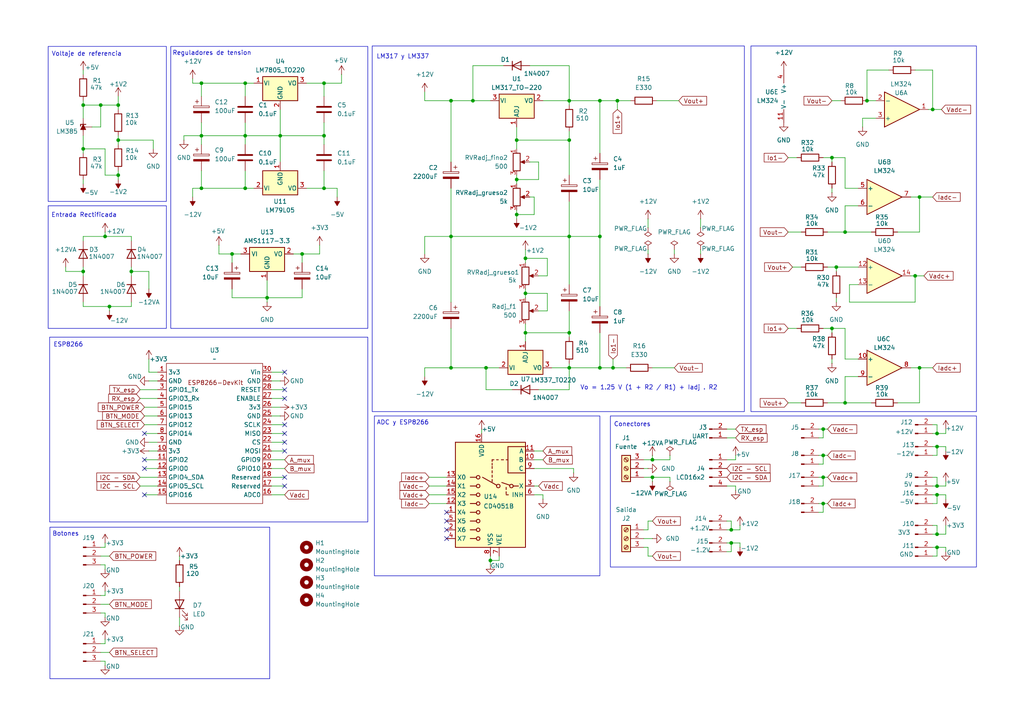
<source format=kicad_sch>
(kicad_sch (version 20231120) (generator "eeschema") (generator_version "8.0")
  (paper "A4")
  (junction (at 130.81 106.68))
  (junction (at 130.81 68.58))
  (junction (at 130.81 29.21))
  (junction (at 212.09 157.48))
  (junction (at 271.78 143.51))
  (junction (at 238.76 146.05))
  (junction (at 137.16 29.21))
  (junction (at 142.24 162.56))
  (junction (at 242.57 77.47))
  (junction (at 212.09 153.67))
  (junction (at 165.1 40.64))
  (junction (at 245.11 116.84))
  (junction (at 241.3 95.25))
  (junction (at 93.98 39.37))
  (junction (at 152.4 85.09))
  (junction (at 29.21 30.48))
  (junction (at 266.7 106.68))
  (junction (at 58.42 39.37))
  (junction (at 271.78 129.54))
  (junction (at 189.23 138.43))
  (junction (at 34.29 40.64))
  (junction (at 189.23 133.35))
  (junction (at 81.28 39.37))
  (junction (at 165.1 68.58))
  (junction (at 270.51 31.75))
  (junction (at 77.47 86.36))
  (junction (at 271.78 125.73))
  (junction (at 87.63 73.66))
  (junction (at 149.86 40.64))
  (junction (at 165.1 29.21))
  (junction (at 245.11 67.31))
  (junction (at 251.46 29.21))
  (junction (at 265.43 80.01))
  (junction (at 241.3 45.72))
  (junction (at 238.76 132.08))
  (junction (at 30.48 68.58))
  (junction (at 71.12 39.37))
  (junction (at 271.78 154.94))
  (junction (at 179.07 29.21))
  (junction (at 34.29 50.8))
  (junction (at 173.99 106.68))
  (junction (at 266.7 57.15))
  (junction (at 93.98 54.61))
  (junction (at 24.13 43.18))
  (junction (at 238.76 138.43))
  (junction (at 152.4 96.52))
  (junction (at 38.1 78.74))
  (junction (at 93.98 24.13))
  (junction (at 58.42 24.13))
  (junction (at 67.31 73.66))
  (junction (at 271.78 140.97))
  (junction (at 24.13 78.74))
  (junction (at 31.75 88.9))
  (junction (at 165.1 96.52))
  (junction (at 149.86 52.07))
  (junction (at 58.42 54.61))
  (junction (at 238.76 124.46))
  (junction (at 271.78 158.75))
  (junction (at 152.4 74.93))
  (junction (at 149.86 62.23))
  (junction (at 165.1 106.68))
  (junction (at 140.97 106.68))
  (junction (at 173.99 29.21))
  (junction (at 71.12 24.13))
  (junction (at 177.8 106.68))
  (junction (at 71.12 54.61))
  (junction (at 24.13 30.48))
  (junction (at 173.99 68.58))
  (junction (at 34.29 30.48))
  (no_connect (at 129.54 156.21))
  (no_connect (at 82.55 125.73))
  (no_connect (at 82.55 123.19))
  (no_connect (at 129.54 148.59))
  (no_connect (at 82.55 113.03))
  (no_connect (at 41.91 133.35))
  (no_connect (at 82.55 140.97))
  (no_connect (at 82.55 128.27))
  (no_connect (at 41.91 135.89))
  (no_connect (at 82.55 130.81))
  (no_connect (at 129.54 153.67))
  (no_connect (at 41.91 125.73))
  (no_connect (at 129.54 151.13))
  (no_connect (at 41.91 143.51))
  (no_connect (at 82.55 107.95))
  (no_connect (at 82.55 115.57))
  (no_connect (at 82.55 138.43))
  (wire (pts (xy 82.55 135.89) (xy 78.74 135.89)))
  (wire (pts (xy 99.06 21.59) (xy 99.06 24.13)))
  (wire (pts (xy 245.11 54.61) (xy 248.92 54.61)))
  (wire (pts (xy 213.36 127) (xy 210.82 127)))
  (wire (pts (xy 99.06 24.13) (xy 93.98 24.13)))
  (wire (pts (xy 58.42 39.37) (xy 71.12 39.37)))
  (wire (pts (xy 212.09 153.67) (xy 212.09 151.13)))
  (wire (pts (xy 250.19 36.83) (xy 250.19 34.29)))
  (wire (pts (xy 152.4 83.82) (xy 152.4 85.09)))
  (wire (pts (xy 31.75 90.17) (xy 31.75 88.9)))
  (wire (pts (xy 238.76 45.72) (xy 241.3 45.72)))
  (wire (pts (xy 63.5 73.66) (xy 67.31 73.66)))
  (wire (pts (xy 130.81 29.21) (xy 130.81 46.99)))
  (wire (pts (xy 45.72 140.97) (xy 40.64 140.97)))
  (wire (pts (xy 270.51 31.75) (xy 273.05 31.75)))
  (wire (pts (xy 274.32 140.97) (xy 274.32 139.7)))
  (wire (pts (xy 30.48 171.45) (xy 30.48 172.72)))
  (wire (pts (xy 149.86 40.64) (xy 165.1 40.64)))
  (wire (pts (xy 44.45 43.18) (xy 44.45 40.64)))
  (wire (pts (xy 187.96 161.29) (xy 187.96 158.75)))
  (wire (pts (xy 82.55 128.27) (xy 78.74 128.27)))
  (wire (pts (xy 24.13 30.48) (xy 29.21 30.48)))
  (wire (pts (xy 77.47 81.28) (xy 77.47 86.36)))
  (wire (pts (xy 240.03 116.84) (xy 245.11 116.84)))
  (wire (pts (xy 189.23 132.08) (xy 189.23 133.35)))
  (wire (pts (xy 245.11 67.31) (xy 252.73 67.31)))
  (wire (pts (xy 241.3 54.61) (xy 241.3 55.88)))
  (wire (pts (xy 92.71 73.66) (xy 87.63 73.66)))
  (wire (pts (xy 189.23 133.35) (xy 186.69 133.35)))
  (wire (pts (xy 93.98 49.53) (xy 93.98 54.61)))
  (wire (pts (xy 270.51 125.73) (xy 271.78 125.73)))
  (wire (pts (xy 152.4 99.06) (xy 152.4 96.52)))
  (wire (pts (xy 24.13 30.48) (xy 24.13 34.29)))
  (wire (pts (xy 152.4 72.39) (xy 152.4 74.93)))
  (wire (pts (xy 154.94 135.89) (xy 166.37 135.89)))
  (wire (pts (xy 271.78 154.94) (xy 271.78 152.4)))
  (wire (pts (xy 29.21 161.29) (xy 31.75 161.29)))
  (wire (pts (xy 274.32 125.73) (xy 271.78 125.73)))
  (wire (pts (xy 82.55 125.73) (xy 78.74 125.73)))
  (wire (pts (xy 271.78 132.08) (xy 271.78 129.54)))
  (wire (pts (xy 250.19 34.29) (xy 254 34.29)))
  (wire (pts (xy 152.4 96.52) (xy 165.1 96.52)))
  (wire (pts (xy 124.46 138.43) (xy 129.54 138.43)))
  (wire (pts (xy 142.24 162.56) (xy 142.24 163.83)))
  (wire (pts (xy 271.78 154.94) (xy 274.32 154.94)))
  (wire (pts (xy 213.36 142.24) (xy 213.36 140.97)))
  (wire (pts (xy 156.21 46.99) (xy 153.67 46.99)))
  (wire (pts (xy 241.3 45.72) (xy 245.11 45.72)))
  (wire (pts (xy 177.8 104.14) (xy 177.8 106.68)))
  (wire (pts (xy 81.28 39.37) (xy 93.98 39.37)))
  (wire (pts (xy 214.63 152.4) (xy 214.63 153.67)))
  (wire (pts (xy 153.67 19.05) (xy 165.1 19.05)))
  (wire (pts (xy 158.75 80.01) (xy 158.75 74.93)))
  (wire (pts (xy 130.81 54.61) (xy 130.81 68.58)))
  (wire (pts (xy 24.13 29.21) (xy 24.13 30.48)))
  (wire (pts (xy 34.29 39.37) (xy 34.29 40.64)))
  (wire (pts (xy 24.13 87.63) (xy 24.13 88.9)))
  (wire (pts (xy 270.51 132.08) (xy 271.78 132.08)))
  (wire (pts (xy 265.43 20.32) (xy 270.51 20.32)))
  (wire (pts (xy 30.48 67.31) (xy 30.48 68.58)))
  (wire (pts (xy 165.1 113.03) (xy 156.21 113.03)))
  (wire (pts (xy 157.48 29.21) (xy 165.1 29.21)))
  (wire (pts (xy 71.12 35.56) (xy 71.12 39.37)))
  (wire (pts (xy 265.43 87.63) (xy 246.38 87.63)))
  (wire (pts (xy 142.24 161.29) (xy 142.24 162.56)))
  (wire (pts (xy 271.78 138.43) (xy 270.51 138.43)))
  (wire (pts (xy 186.69 158.75) (xy 187.96 158.75)))
  (wire (pts (xy 264.16 80.01) (xy 265.43 80.01)))
  (wire (pts (xy 173.99 29.21) (xy 165.1 29.21)))
  (wire (pts (xy 52.07 170.18) (xy 52.07 171.45)))
  (wire (pts (xy 238.76 134.62) (xy 238.76 132.08)))
  (wire (pts (xy 124.46 143.51) (xy 129.54 143.51)))
  (wire (pts (xy 30.48 191.77) (xy 29.21 191.77)))
  (wire (pts (xy 31.75 88.9) (xy 38.1 88.9)))
  (wire (pts (xy 82.55 138.43) (xy 78.74 138.43)))
  (wire (pts (xy 41.91 125.73) (xy 45.72 125.73)))
  (wire (pts (xy 187.96 151.13) (xy 187.96 153.67)))
  (wire (pts (xy 58.42 35.56) (xy 58.42 39.37)))
  (wire (pts (xy 58.42 49.53) (xy 58.42 54.61)))
  (wire (pts (xy 137.16 19.05) (xy 137.16 29.21)))
  (wire (pts (xy 156.21 52.07) (xy 149.86 52.07)))
  (wire (pts (xy 82.55 115.57) (xy 78.74 115.57)))
  (wire (pts (xy 214.63 157.48) (xy 214.63 158.75)))
  (wire (pts (xy 97.79 54.61) (xy 97.79 57.15)))
  (wire (pts (xy 270.51 154.94) (xy 271.78 154.94)))
  (wire (pts (xy 29.21 158.75) (xy 30.48 158.75)))
  (wire (pts (xy 34.29 50.8) (xy 30.48 50.8)))
  (wire (pts (xy 71.12 39.37) (xy 81.28 39.37)))
  (wire (pts (xy 186.69 156.21) (xy 189.23 156.21)))
  (wire (pts (xy 248.92 59.69) (xy 245.11 59.69)))
  (wire (pts (xy 123.19 29.21) (xy 130.81 29.21)))
  (wire (pts (xy 157.48 143.51) (xy 157.48 144.78)))
  (wire (pts (xy 34.29 50.8) (xy 34.29 52.07)))
  (wire (pts (xy 30.48 50.8) (xy 30.48 43.18)))
  (wire (pts (xy 212.09 157.48) (xy 210.82 157.48)))
  (wire (pts (xy 43.18 78.74) (xy 38.1 78.74)))
  (wire (pts (xy 45.72 113.03) (xy 40.64 113.03)))
  (wire (pts (xy 241.3 29.21) (xy 243.84 29.21)))
  (wire (pts (xy 210.82 153.67) (xy 212.09 153.67)))
  (wire (pts (xy 30.48 157.48) (xy 30.48 158.75)))
  (wire (pts (xy 149.86 62.23) (xy 154.94 62.23)))
  (wire (pts (xy 241.3 95.25) (xy 241.3 96.52)))
  (wire (pts (xy 24.13 69.85) (xy 24.13 68.58)))
  (wire (pts (xy 24.13 43.18) (xy 30.48 43.18)))
  (wire (pts (xy 29.21 36.83) (xy 29.21 30.48)))
  (wire (pts (xy 173.99 52.07) (xy 173.99 68.58)))
  (wire (pts (xy 45.72 128.27) (xy 43.18 128.27)))
  (wire (pts (xy 24.13 20.32) (xy 24.13 21.59)))
  (wire (pts (xy 271.78 158.75) (xy 270.51 158.75)))
  (wire (pts (xy 238.76 138.43) (xy 237.49 138.43)))
  (wire (pts (xy 149.86 40.64) (xy 149.86 43.18)))
  (wire (pts (xy 123.19 73.66) (xy 123.19 68.58)))
  (wire (pts (xy 152.4 85.09) (xy 158.75 85.09)))
  (wire (pts (xy 266.7 106.68) (xy 270.51 106.68)))
  (wire (pts (xy 24.13 53.34) (xy 24.13 52.07)))
  (wire (pts (xy 58.42 39.37) (xy 58.42 41.91)))
  (wire (pts (xy 271.78 143.51) (xy 270.51 143.51)))
  (wire (pts (xy 203.2 72.39) (xy 203.2 73.66)))
  (wire (pts (xy 165.1 106.68) (xy 160.02 106.68)))
  (wire (pts (xy 29.21 172.72) (xy 30.48 172.72)))
  (wire (pts (xy 93.98 35.56) (xy 93.98 39.37)))
  (wire (pts (xy 63.5 71.12) (xy 63.5 73.66)))
  (wire (pts (xy 213.36 124.46) (xy 210.82 124.46)))
  (wire (pts (xy 271.78 146.05) (xy 271.78 143.51)))
  (wire (pts (xy 139.7 124.46) (xy 139.7 125.73)))
  (wire (pts (xy 212.09 151.13) (xy 210.82 151.13)))
  (wire (pts (xy 87.63 86.36) (xy 87.63 83.82)))
  (wire (pts (xy 238.76 124.46) (xy 237.49 124.46)))
  (wire (pts (xy 245.11 104.14) (xy 248.92 104.14)))
  (wire (pts (xy 237.49 148.59) (xy 238.76 148.59)))
  (wire (pts (xy 24.13 43.18) (xy 24.13 44.45)))
  (wire (pts (xy 210.82 160.02) (xy 212.09 160.02)))
  (wire (pts (xy 237.49 134.62) (xy 238.76 134.62)))
  (wire (pts (xy 55.88 24.13) (xy 58.42 24.13)))
  (wire (pts (xy 213.36 140.97) (xy 210.82 140.97)))
  (wire (pts (xy 241.3 95.25) (xy 245.11 95.25)))
  (wire (pts (xy 240.03 138.43) (xy 238.76 138.43)))
  (wire (pts (xy 130.81 68.58) (xy 130.81 87.63)))
  (wire (pts (xy 271.78 158.75) (xy 274.32 158.75)))
  (wire (pts (xy 251.46 20.32) (xy 251.46 29.21)))
  (wire (pts (xy 228.6 116.84) (xy 232.41 116.84)))
  (wire (pts (xy 34.29 41.91) (xy 34.29 40.64)))
  (wire (pts (xy 55.88 54.61) (xy 58.42 54.61)))
  (wire (pts (xy 130.81 95.25) (xy 130.81 106.68)))
  (wire (pts (xy 173.99 44.45) (xy 173.99 29.21)))
  (wire (pts (xy 30.48 185.42) (xy 30.48 186.69)))
  (wire (pts (xy 270.51 140.97) (xy 271.78 140.97)))
  (wire (pts (xy 123.19 109.22) (xy 123.19 106.68)))
  (wire (pts (xy 124.46 146.05) (xy 129.54 146.05)))
  (wire (pts (xy 124.46 140.97) (xy 129.54 140.97)))
  (wire (pts (xy 260.35 116.84) (xy 266.7 116.84)))
  (wire (pts (xy 270.51 31.75) (xy 269.24 31.75)))
  (wire (pts (xy 246.38 82.55) (xy 248.92 82.55)))
  (wire (pts (xy 71.12 41.91) (xy 71.12 39.37)))
  (wire (pts (xy 241.3 104.14) (xy 241.3 105.41)))
  (wire (pts (xy 237.49 127) (xy 238.76 127)))
  (wire (pts (xy 82.55 140.97) (xy 78.74 140.97)))
  (wire (pts (xy 87.63 73.66) (xy 85.09 73.66)))
  (wire (pts (xy 45.72 118.11) (xy 41.91 118.11)))
  (wire (pts (xy 24.13 78.74) (xy 24.13 77.47)))
  (wire (pts (xy 173.99 29.21) (xy 179.07 29.21)))
  (wire (pts (xy 266.7 67.31) (xy 266.7 57.15)))
  (wire (pts (xy 43.18 130.81) (xy 45.72 130.81)))
  (wire (pts (xy 38.1 68.58) (xy 38.1 69.85)))
  (wire (pts (xy 228.6 67.31) (xy 232.41 67.31)))
  (wire (pts (xy 245.11 59.69) (xy 245.11 67.31)))
  (wire (pts (xy 165.1 29.21) (xy 165.1 30.48)))
  (wire (pts (xy 266.7 57.15) (xy 270.51 57.15)))
  (wire (pts (xy 242.57 77.47) (xy 248.92 77.47)))
  (wire (pts (xy 229.87 77.47) (xy 232.41 77.47)))
  (wire (pts (xy 44.45 40.64) (xy 34.29 40.64)))
  (wire (pts (xy 173.99 68.58) (xy 165.1 68.58)))
  (wire (pts (xy 130.81 29.21) (xy 137.16 29.21)))
  (wire (pts (xy 93.98 27.94) (xy 93.98 24.13)))
  (wire (pts (xy 271.78 125.73) (xy 271.78 123.19)))
  (wire (pts (xy 29.21 186.69) (xy 30.48 186.69)))
  (wire (pts (xy 154.94 57.15) (xy 154.94 62.23)))
  (wire (pts (xy 43.18 107.95) (xy 45.72 107.95)))
  (wire (pts (xy 38.1 77.47) (xy 38.1 78.74)))
  (wire (pts (xy 140.97 106.68) (xy 140.97 113.03)))
  (wire (pts (xy 123.19 106.68) (xy 130.81 106.68)))
  (wire (pts (xy 274.32 124.46) (xy 274.32 125.73)))
  (wire (pts (xy 58.42 54.61) (xy 71.12 54.61)))
  (wire (pts (xy 274.32 158.75) (xy 274.32 160.02)))
  (wire (pts (xy 92.71 71.12) (xy 92.71 73.66)))
  (wire (pts (xy 238.76 148.59) (xy 238.76 146.05)))
  (wire (pts (xy 82.55 123.19) (xy 78.74 123.19)))
  (wire (pts (xy 67.31 73.66) (xy 69.85 73.66)))
  (wire (pts (xy 165.1 38.1) (xy 165.1 40.64)))
  (wire (pts (xy 187.96 72.39) (xy 187.96 73.66)))
  (wire (pts (xy 78.74 120.65) (xy 81.28 120.65)))
  (wire (pts (xy 41.91 133.35) (xy 45.72 133.35)))
  (wire (pts (xy 156.21 90.17) (xy 158.75 90.17)))
  (wire (pts (xy 165.1 96.52) (xy 165.1 97.79)))
  (wire (pts (xy 34.29 30.48) (xy 34.29 31.75)))
  (wire (pts (xy 43.18 83.82) (xy 43.18 78.74)))
  (wire (pts (xy 45.72 115.57) (xy 40.64 115.57)))
  (wire (pts (xy 241.3 45.72) (xy 241.3 46.99)))
  (wire (pts (xy 130.81 68.58) (xy 165.1 68.58)))
  (wire (pts (xy 271.78 140.97) (xy 271.78 138.43)))
  (wire (pts (xy 45.72 123.19) (xy 41.91 123.19)))
  (wire (pts (xy 140.97 106.68) (xy 144.78 106.68)))
  (wire (pts (xy 26.67 36.83) (xy 29.21 36.83)))
  (wire (pts (xy 212.09 160.02) (xy 212.09 157.48)))
  (wire (pts (xy 203.2 63.5) (xy 203.2 66.04)))
  (wire (pts (xy 93.98 54.61) (xy 97.79 54.61)))
  (wire (pts (xy 214.63 153.67) (xy 212.09 153.67)))
  (wire (pts (xy 149.86 62.23) (xy 149.86 63.5)))
  (wire (pts (xy 19.05 78.74) (xy 24.13 78.74)))
  (wire (pts (xy 257.81 20.32) (xy 251.46 20.32)))
  (wire (pts (xy 29.21 189.23) (xy 31.75 189.23)))
  (wire (pts (xy 156.21 46.99) (xy 156.21 52.07)))
  (wire (pts (xy 53.34 40.64) (xy 53.34 39.37)))
  (wire (pts (xy 271.78 152.4) (xy 270.51 152.4)))
  (wire (pts (xy 194.31 138.43) (xy 194.31 139.7)))
  (wire (pts (xy 240.03 132.08) (xy 238.76 132.08)))
  (wire (pts (xy 123.19 68.58) (xy 130.81 68.58)))
  (wire (pts (xy 71.12 49.53) (xy 71.12 54.61)))
  (wire (pts (xy 77.47 86.36) (xy 87.63 86.36)))
  (wire (pts (xy 242.57 77.47) (xy 242.57 78.74)))
  (wire (pts (xy 81.28 118.11) (xy 78.74 118.11)))
  (wire (pts (xy 266.7 116.84) (xy 266.7 106.68)))
  (wire (pts (xy 165.1 68.58) (xy 165.1 82.55)))
  (wire (pts (xy 24.13 68.58) (xy 30.48 68.58)))
  (wire (pts (xy 177.8 106.68) (xy 181.61 106.68)))
  (wire (pts (xy 212.09 157.48) (xy 214.63 157.48)))
  (wire (pts (xy 81.28 31.75) (xy 81.28 39.37)))
  (wire (pts (xy 29.21 175.26) (xy 31.75 175.26)))
  (wire (pts (xy 30.48 163.83) (xy 29.21 163.83)))
  (wire (pts (xy 187.96 161.29) (xy 189.23 161.29)))
  (wire (pts (xy 154.94 133.35) (xy 157.48 133.35)))
  (wire (pts (xy 270.51 146.05) (xy 271.78 146.05)))
  (wire (pts (xy 29.21 30.48) (xy 34.29 30.48)))
  (wire (pts (xy 81.28 39.37) (xy 81.28 46.99)))
  (wire (pts (xy 228.6 95.25) (xy 231.14 95.25)))
  (wire (pts (xy 165.1 40.64) (xy 165.1 50.8)))
  (wire (pts (xy 173.99 106.68) (xy 177.8 106.68)))
  (wire (pts (xy 165.1 90.17) (xy 165.1 96.52)))
  (wire (pts (xy 246.38 87.63) (xy 246.38 82.55)))
  (wire (pts (xy 67.31 73.66) (xy 67.31 76.2)))
  (wire (pts (xy 238.76 132.08) (xy 237.49 132.08)))
  (wire (pts (xy 73.66 54.61) (xy 71.12 54.61)))
  (wire (pts (xy 30.48 177.8) (xy 29.21 177.8)))
  (wire (pts (xy 19.05 77.47) (xy 19.05 78.74)))
  (wire (pts (xy 144.78 161.29) (xy 144.78 162.56)))
  (wire (pts (xy 166.37 135.89) (xy 166.37 137.16)))
  (wire (pts (xy 186.69 138.43) (xy 189.23 138.43)))
  (wire (pts (xy 165.1 106.68) (xy 165.1 113.03)))
  (wire (pts (xy 189.23 106.68) (xy 195.58 106.68)))
  (wire (pts (xy 156.21 80.01) (xy 158.75 80.01)))
  (wire (pts (xy 238.76 127) (xy 238.76 124.46)))
  (wire (pts (xy 149.86 50.8) (xy 149.86 52.07)))
  (wire (pts (xy 271.78 161.29) (xy 271.78 158.75)))
  (wire (pts (xy 190.5 29.21) (xy 196.85 29.21)))
  (wire (pts (xy 242.57 86.36) (xy 242.57 87.63)))
  (wire (pts (xy 130.81 106.68) (xy 140.97 106.68)))
  (wire (pts (xy 240.03 67.31) (xy 245.11 67.31)))
  (wire (pts (xy 245.11 116.84) (xy 252.73 116.84)))
  (wire (pts (xy 271.78 129.54) (xy 274.32 129.54)))
  (wire (pts (xy 265.43 80.01) (xy 265.43 87.63)))
  (wire (pts (xy 55.88 57.15) (xy 55.88 54.61)))
  (wire (pts (xy 154.94 140.97) (xy 156.21 140.97)))
  (wire (pts (xy 237.49 140.97) (xy 238.76 140.97)))
  (wire (pts (xy 165.1 19.05) (xy 165.1 29.21)))
  (wire (pts (xy 165.1 105.41) (xy 165.1 106.68)))
  (wire (pts (xy 149.86 62.23) (xy 149.86 60.96)))
  (wire (pts (xy 189.23 138.43) (xy 194.31 138.43)))
  (wire (pts (xy 53.34 39.37) (xy 58.42 39.37)))
  (wire (pts (xy 152.4 74.93) (xy 152.4 76.2)))
  (wire (pts (xy 149.86 52.07) (xy 149.86 53.34)))
  (wire (pts (xy 213.36 133.35) (xy 210.82 133.35)))
  (wire (pts (xy 158.75 90.17) (xy 158.75 85.09)))
  (wire (pts (xy 173.99 88.9) (xy 173.99 68.58)))
  (wire (pts (xy 58.42 24.13) (xy 71.12 24.13)))
  (wire (pts (xy 213.36 132.08) (xy 213.36 133.35)))
  (wire (pts (xy 189.23 133.35) (xy 194.31 133.35)))
  (wire (pts (xy 123.19 26.67) (xy 123.19 29.21)))
  (wire (pts (xy 179.07 31.75) (xy 179.07 29.21)))
  (wire (pts (xy 82.55 107.95) (xy 78.74 107.95)))
  (wire (pts (xy 271.78 123.19) (xy 270.51 123.19)))
  (wire (pts (xy 149.86 36.83) (xy 149.86 40.64)))
  (wire (pts (xy 52.07 161.29) (xy 52.07 162.56)))
  (wire (pts (xy 248.92 109.22) (xy 245.11 109.22)))
  (wire (pts (xy 30.48 193.04) (xy 30.48 191.77)))
  (wire (pts (xy 179.07 29.21) (xy 182.88 29.21)))
  (wire (pts (xy 30.48 68.58) (xy 38.1 68.58)))
  (wire (pts (xy 153.67 57.15) (xy 154.94 57.15)))
  (wire (pts (xy 34.29 49.53) (xy 34.29 50.8)))
  (wire (pts (xy 152.4 85.09) (xy 152.4 86.36)))
  (wire (pts (xy 24.13 88.9) (xy 31.75 88.9)))
  (wire (pts (xy 34.29 27.94) (xy 34.29 30.48)))
  (wire (pts (xy 30.48 179.07) (xy 30.48 177.8)))
  (wire (pts (xy 264.16 57.15) (xy 266.7 57.15)))
  (wire (pts (xy 274.32 129.54) (xy 274.32 130.81)))
  (wire (pts (xy 274.32 154.94) (xy 274.32 152.4)))
  (wire (pts (xy 38.1 78.74) (xy 38.1 80.01)))
  (wire (pts (xy 88.9 54.61) (xy 93.98 54.61)))
  (wire (pts (xy 82.55 113.03) (xy 78.74 113.03)))
  (wire (pts (xy 187.96 151.13) (xy 189.23 151.13)))
  (wire (pts (xy 24.13 39.37) (xy 24.13 43.18)))
  (wire (pts (xy 78.74 110.49) (xy 81.28 110.49)))
  (wire (pts (xy 238.76 140.97) (xy 238.76 138.43)))
  (wire (pts (xy 189.23 138.43) (xy 189.23 139.7)))
  (wire (pts (xy 67.31 86.36) (xy 77.47 86.36)))
  (wire (pts (xy 238.76 95.25) (xy 241.3 95.25)))
  (wire (pts (xy 265.43 80.01) (xy 267.97 80.01)))
  (wire (pts (xy 195.58 72.39) (xy 195.58 73.66)))
  (wire (pts (xy 144.78 162.56) (xy 142.24 162.56)))
  (wire (pts (xy 240.03 146.05) (xy 238.76 146.05)))
  (wire (pts (xy 238.76 146.05) (xy 237.49 146.05)))
  (wire (pts (xy 45.72 110.49) (xy 43.18 110.49)))
  (wire (pts (xy 173.99 96.52) (xy 173.99 106.68)))
  (wire (pts (xy 186.69 135.89) (xy 187.96 135.89)))
  (wire (pts (xy 186.69 153.67) (xy 187.96 153.67)))
  (wire (pts (xy 271.78 143.51) (xy 274.32 143.51)))
  (wire (pts (xy 71.12 24.13) (xy 73.66 24.13)))
  (wire (pts (xy 270.51 161.29) (xy 271.78 161.29)))
  (wire (pts (xy 82.55 133.35) (xy 78.74 133.35)))
  (wire (pts (xy 245.11 45.72) (xy 245.11 54.61)))
  (wire (pts (xy 45.72 138.43) (xy 40.64 138.43)))
  (wire (pts (xy 260.35 67.31) (xy 266.7 67.31)))
  (wire (pts (xy 41.91 135.89) (xy 45.72 135.89)))
  (wire (pts (xy 245.11 109.22) (xy 245.11 116.84)))
  (wire (pts (xy 24.13 78.74) (xy 24.13 80.01)))
  (wire (pts (xy 228.6 45.72) (xy 231.14 45.72)))
  (wire (pts (xy 154.94 143.51) (xy 157.48 143.51)))
  (wire (pts (xy 165.1 106.68) (xy 173.99 106.68)))
  (wire (pts (xy 274.32 140.97) (xy 271.78 140.97)))
  (wire (pts (xy 38.1 87.63) (xy 38.1 88.9)))
  (wire (pts (xy 187.96 63.5) (xy 187.96 66.04)))
  (wire (pts (xy 30.48 165.1) (xy 30.48 163.83)))
  (wire (pts (xy 71.12 24.13) (xy 71.12 27.94)))
  (wire (pts (xy 93.98 39.37) (xy 93.98 41.91)))
  (wire (pts (xy 271.78 129.54) (xy 270.51 129.54)))
  (wire (pts (xy 270.51 20.32) (xy 270.51 31.75)))
  (wire (pts (xy 194.31 133.35) (xy 194.31 132.08)))
  (wire (pts (xy 52.07 179.07) (xy 52.07 181.61)))
  (wire (pts (xy 245.11 95.25) (xy 245.11 104.14)))
  (wire (pts (xy 137.16 29.21) (xy 142.24 29.21)))
  (wire (pts (xy 137.16 19.05) (xy 146.05 19.05)))
  (wire (pts (xy 43.18 104.14) (xy 43.18 107.95)))
  (wire (pts (xy 158.75 74.93) (xy 152.4 74.93)))
  (wire (pts (xy 82.55 130.81) (xy 78.74 130.81)))
  (wire (pts (xy 77.47 87.63) (xy 77.47 86.36)))
  (wire (pts (xy 93.98 24.13) (xy 88.9 24.13)))
  (wire (pts (xy 240.03 77.47) (xy 242.57 77.47)))
  (wire (pts (xy 82.55 143.51) (xy 78.74 143.51)))
  (wire (pts (xy 87.63 73.66) (xy 87.63 76.2)))
  (wire (pts (xy 152.4 93.98) (xy 152.4 96.52)))
  (wire (pts (xy 165.1 58.42) (xy 165.1 68.58)))
  (wire (pts (xy 274.32 143.51) (xy 274.32 144.78)))
  (wire (pts (xy 55.88 22.86) (xy 55.88 24.13)))
  (wire (pts (xy 45.72 120.65) (xy 41.91 120.65)))
  (wire (pts (xy 251.46 29.21) (xy 254 29.21)))
  (wire (pts (xy 41.91 143.51) (xy 45.72 143.51)))
  (wire (pts (xy 264.16 106.68) (xy 266.7 106.68)))
  (wire (pts (xy 67.31 83.82) (xy 67.31 86.36)))
  (wire (pts (xy 58.42 24.13) (xy 58.42 27.94)))
  (wire (pts (xy 240.03 124.46) (xy 238.76 124.46)))
  (wire (pts (xy 140.97 113.03) (xy 148.59 113.03)))
  (wire (pts (xy 154.94 130.81) (xy 157.48 130.81)))
  (rectangle (start 14.4027 97.79) (end 106.68 151.384))
  (rectangle (start 217.805 13.335) (end 283.21 119.38))
  (rectangle (start 177.038 120.65) (end 283.21 164.465))
  (rectangle (start 107.95 13.335) (end 215.9 119.38))
  (rectangle (start 14.478 152.908) (end 78.232 196.85))
  (rectangle (start 13.97 59.69) (end 48.26 95.25))
  (rectangle (start 13.97 13.462) (end 48.26 58.42))
  (rectangle (start 49.53 13.462) (end 106.68 95.25))
  (rectangle (start 108.585 120.65) (end 173.99 167.005))
  (text "Reguladores de tension\n" (at 61.468 15.494 0) (effects (font (size 1.27 1.27))))
  (text "Voltaje de referencia\n" (at 25.146 15.748 0) (effects (font (size 1.27 1.27))))
  (text "LM317 y LM337" (at 116.84 16.51 0) (effects (font (size 1.27 1.27))))
  (text "ESP8266" (at 19.812 100.076 0) (effects (font (size 1.27 1.27))))
  (text "Botones" (at 19.05 154.94 0) (effects (font (size 1.27 1.27))))
  (text "Entrada Rectificada" (at 24.384 62.484 0) (effects (font (size 1.27 1.27))))
  (text "Vo = 1.25 V (1 + R2 / R1) + Iadj . R2" (at 188.214 112.522 0) (effects (font (size 1.27 1.27))))
  (text "Conectores" (at 183.388 123.19 0) (effects (font (size 1.27 1.27))))
  (text "ADC y ESP8266" (at 116.84 122.682 0) (effects (font (size 1.27 1.27))))
  (global_label "Io1-" (shape input) (at 177.8 104.14 90) (property "Intersheetrefs" "${INTERSHEET_REFS}" (effects (hide yes))))
  (global_label "I2C - SDA" (shape input) (at 40.64 138.43 180) (property "Intersheetrefs" "${INTERSHEET_REFS}" (effects (hide yes))))
  (global_label "Vout+" (shape input) (at 229.87 77.47 180) (property "Intersheetrefs" "${INTERSHEET_REFS}" (effects (hide yes))))
  (global_label "Vadc-" (shape input) (at 273.05 31.75 0) (property "Intersheetrefs" "${INTERSHEET_REFS}" (effects (hide yes))))
  (global_label "B_mux" (shape input) (at 157.48 133.35 0) (property "Intersheetrefs" "${INTERSHEET_REFS}" (effects (hide yes))))
  (global_label "Io1-" (shape input) (at 228.6 45.72 180) (property "Intersheetrefs" "${INTERSHEET_REFS}" (effects (hide yes))))
  (global_label "TX_esp" (shape input) (at 40.64 113.03 180) (property "Intersheetrefs" "${INTERSHEET_REFS}" (effects (hide yes))))
  (global_label "BTN_MODE" (shape input) (at 31.75 175.26 0) (property "Intersheetrefs" "${INTERSHEET_REFS}" (effects (hide yes))))
  (global_label "A_mux" (shape input) (at 82.55 133.35 0) (property "Intersheetrefs" "${INTERSHEET_REFS}" (effects (hide yes))))
  (global_label "Io1+" (shape input) (at 179.07 31.75 270) (property "Intersheetrefs" "${INTERSHEET_REFS}" (effects (hide yes))))
  (global_label "Iadc-" (shape input) (at 124.46 146.05 180) (property "Intersheetrefs" "${INTERSHEET_REFS}" (effects (hide yes))))
  (global_label "I2C - SCL" (shape input) (at 40.64 140.97 180) (property "Intersheetrefs" "${INTERSHEET_REFS}" (effects (hide yes))))
  (global_label "BTN_POWER" (shape input) (at 31.75 161.29 0) (property "Intersheetrefs" "${INTERSHEET_REFS}" (effects (hide yes))))
  (global_label "Vout+" (shape input) (at 228.6 116.84 180) (property "Intersheetrefs" "${INTERSHEET_REFS}" (effects (hide yes))))
  (global_label "Iadc+" (shape input) (at 270.51 106.68 0) (property "Intersheetrefs" "${INTERSHEET_REFS}" (effects (hide yes))))
  (global_label "TX_esp" (shape input) (at 213.36 124.46 0) (property "Intersheetrefs" "${INTERSHEET_REFS}" (effects (hide yes))))
  (global_label "BTN_MODE" (shape input) (at 41.91 120.65 180) (property "Intersheetrefs" "${INTERSHEET_REFS}" (effects (hide yes))))
  (global_label "BTN_POWER" (shape input) (at 41.91 118.11 180) (property "Intersheetrefs" "${INTERSHEET_REFS}" (effects (hide yes))))
  (global_label "Vout+" (shape input) (at 189.23 151.13 0) (property "Intersheetrefs" "${INTERSHEET_REFS}" (effects (hide yes))))
  (global_label "Iadc+" (shape input) (at 124.46 138.43 180) (property "Intersheetrefs" "${INTERSHEET_REFS}" (effects (hide yes))))
  (global_label "B_mux" (shape input) (at 82.55 135.89 0) (property "Intersheetrefs" "${INTERSHEET_REFS}" (effects (hide yes))))
  (global_label "Vout-" (shape input) (at 241.3 29.21 180) (property "Intersheetrefs" "${INTERSHEET_REFS}" (effects (hide yes))))
  (global_label "Vadc-" (shape input) (at 240.03 124.46 0) (property "Intersheetrefs" "${INTERSHEET_REFS}" (effects (hide yes))))
  (global_label "Vadc+" (shape input) (at 240.03 138.43 0) (property "Intersheetrefs" "${INTERSHEET_REFS}" (effects (hide yes))))
  (global_label "RX_esp" (shape input) (at 213.36 127 0) (property "Intersheetrefs" "${INTERSHEET_REFS}" (effects (hide yes))))
  (global_label "Vout-" (shape input) (at 189.23 161.29 0) (property "Intersheetrefs" "${INTERSHEET_REFS}" (effects (hide yes))))
  (global_label "Iadc-" (shape input) (at 240.03 132.08 0) (property "Intersheetrefs" "${INTERSHEET_REFS}" (effects (hide yes))))
  (global_label "Iadc+" (shape input) (at 240.03 146.05 0) (property "Intersheetrefs" "${INTERSHEET_REFS}" (effects (hide yes))))
  (global_label "Vadc+" (shape input) (at 124.46 143.51 180) (property "Intersheetrefs" "${INTERSHEET_REFS}" (effects (hide yes))))
  (global_label "Vadc" (shape input) (at 156.21 140.97 0) (property "Intersheetrefs" "${INTERSHEET_REFS}" (effects (hide yes))))
  (global_label "I2C - SCL" (shape input) (at 210.82 135.89 0) (property "Intersheetrefs" "${INTERSHEET_REFS}" (effects (hide yes))))
  (global_label "RX_esp" (shape input) (at 40.64 115.57 180) (property "Intersheetrefs" "${INTERSHEET_REFS}" (effects (hide yes))))
  (global_label "BTN_SELECT" (shape input) (at 41.91 123.19 180) (property "Intersheetrefs" "${INTERSHEET_REFS}" (effects (hide yes))))
  (global_label "Vout+" (shape input) (at 196.85 29.21 0) (property "Intersheetrefs" "${INTERSHEET_REFS}" (effects (hide yes))))
  (global_label "Vadc+" (shape input) (at 267.97 80.01 0) (property "Intersheetrefs" "${INTERSHEET_REFS}" (effects (hide yes))))
  (global_label "Io1+" (shape input) (at 228.6 95.25 180) (property "Intersheetrefs" "${INTERSHEET_REFS}" (effects (hide yes))))
  (global_label "I2C - SDA" (shape input) (at 210.82 138.43 0) (property "Intersheetrefs" "${INTERSHEET_REFS}" (effects (hide yes))))
  (global_label "Vout-" (shape input) (at 195.58 106.68 0) (property "Intersheetrefs" "${INTERSHEET_REFS}" (effects (hide yes))))
  (global_label "Iadc-" (shape input) (at 270.51 57.15 0) (property "Intersheetrefs" "${INTERSHEET_REFS}" (effects (hide yes))))
  (global_label "BTN_SELECT" (shape input) (at 31.75 189.23 0) (property "Intersheetrefs" "${INTERSHEET_REFS}" (effects (hide yes))))
  (global_label "Vadc-" (shape input) (at 124.46 140.97 180) (property "Intersheetrefs" "${INTERSHEET_REFS}" (effects (hide yes))))
  (global_label "Vadc" (shape input) (at 82.55 143.51 0) (property "Intersheetrefs" "${INTERSHEET_REFS}" (effects (hide yes))))
  (global_label "A_mux" (shape input) (at 157.48 130.81 0) (property "Intersheetrefs" "${INTERSHEET_REFS}" (effects (hide yes))))
  (global_label "Vout-" (shape input) (at 228.6 67.31 180) (property "Intersheetrefs" "${INTERSHEET_REFS}" (effects (hide yes))))
  (symbol (lib_id "power:GND") (at 241.3 105.41 0) (unit 1)
    (property "Reference" "#PWR047" (effects (hide yes)))
    (property "Value" "GND" (at 241.3 110.49 0))
    (property "Description" "Power symbol creates a global label with name \"GND\" , ground" (effects (hide yes)))
  )
  (symbol (lib_id "power:+3V3") (at 92.71 71.12 0) (unit 1)
    (property "Reference" "#PWR035" (effects (hide yes)))
    (property "Value" "+3V3" (at 92.71 66.04 0))
    (property "Description" "Power symbol creates a global label with name \"+3V3\"" (effects (hide yes)))
  )
  (symbol (lib_id "Device:R") (at 247.65 29.21 90) (mirror x) (unit 1)
    (property "Reference" "R8" (at 246.38 24.892 90))
    (property "Value" "10k" (at 246.9515 26.7335 90))
    (property "Footprint" "Resistor_THT:R_Axial_DIN0207_L6.3mm_D2.5mm_P10.16mm_Horizontal" (effects (hide yes)))
    (property "Description" "Resistor" (effects (hide yes)))
  )
  (symbol (lib_id "Regulator_Linear:LM7805_TO220") (at 81.28 24.13 0) (unit 1)
    (property "Reference" "U4" (at 81.28 17.78 0))
    (property "Value" "LM7805_TO220" (at 81.28 20.32 0))
    (property "Footprint" "Package_TO_SOT_THT:TO-220-3_Vertical" (effects (hide yes)))
    (property "Datasheet" "https://www.onsemi.cn/PowerSolutions/document/MC7800-D.PDF" (effects (hide yes)))
    (property "Description" "Positive 1A 35V Linear Regulator, Fixed Output 5V, TO-220" (effects (hide yes)))
  )
  (symbol (lib_id "Device:C_Polarized") (at 87.63 80.01 0) (unit 1)
    (property "Reference" "C14" (at 91.44 77.8509 0) (effects (justify left)))
    (property "Value" "10uF" (at 91.44 80.3909 0) (effects (justify left)))
    (property "Footprint" "Capacitor_THT:CP_Radial_D5.0mm_P2.50mm" (effects (hide yes)))
    (property "Description" "Polarized capacitor" (effects (hide yes)))
  )
  (symbol (lib_id "power:GND") (at 81.28 110.49 90) (unit 1)
    (property "Reference" "#PWR068" (effects (hide yes)))
    (property "Value" "GND" (at 84.074 110.49 90) (effects (justify right)))
    (property "Description" "Power symbol creates a global label with name \"GND\" , ground" (effects (hide yes)))
  )
  (symbol (lib_id "Device:R") (at 34.29 45.72 0) (mirror y) (unit 1)
    (property "Reference" "R14" (at 38.354 43.688 0))
    (property "Value" "10k" (at 38.1 45.72 0))
    (property "Footprint" "Resistor_THT:R_Axial_DIN0207_L6.3mm_D2.5mm_P10.16mm_Horizontal" (effects (hide yes)))
    (property "Description" "Resistor" (effects (hide yes)))
  )
  (symbol (lib_id "power:-12VA") (at 189.23 139.7 180) (unit 1)
    (property "Reference" "#PWR09" (effects (hide yes)))
    (property "Value" "-12VA" (at 185.928 143.002 0))
    (property "Description" "Power symbol creates a global label with name \"-12VA\"" (effects (hide yes)))
  )
  (symbol (lib_id "power:GND") (at 44.45 43.18 0) (unit 1)
    (property "Reference" "#PWR021" (effects (hide yes)))
    (property "Value" "GND" (at 44.45 48.26 0))
    (property "Description" "Power symbol creates a global label with name \"GND\" , ground" (effects (hide yes)))
  )
  (symbol (lib_id "power:+3V3") (at 30.48 171.45 0) (unit 1)
    (property "Reference" "#PWR058" (effects (hide yes)))
    (property "Value" "+3V3" (at 33.274 171.45 0))
    (property "Description" "Power symbol creates a global label with name \"+3V3\"" (effects (hide yes)))
  )
  (symbol (lib_id "power:PWR_FLAG") (at 194.31 132.08 0) (unit 1)
    (property "Reference" "#FLG01" (effects (hide yes)))
    (property "Value" "PWR_FLAG" (at 197.358 128.27 0))
    (property "Description" "Special symbol for telling ERC where power comes from" (effects (hide yes)))
  )
  (symbol (lib_id "power:GND") (at 43.18 110.49 270) (mirror x) (unit 1)
    (property "Reference" "#PWR065" (effects (hide yes)))
    (property "Value" "GND" (at 41.148 109.22 90) (effects (justify right)))
    (property "Description" "Power symbol creates a global label with name \"GND\" , ground" (effects (hide yes)))
  )
  (symbol (lib_id "power:-12V") (at 274.32 130.81 180) (unit 1)
    (property "Reference" "#PWR030" (effects (hide yes)))
    (property "Value" "-12V" (at 276.86 131.064 0))
    (property "Description" "Power symbol creates a global label with name \"-12V\"" (effects (hide yes)))
  )
  (symbol (lib_id "power:GND") (at 52.07 181.61 0) (unit 1)
    (property "Reference" "#PWR063" (effects (hide yes)))
    (property "Value" "GND" (at 54.356 181.864 0))
    (property "Description" "Power symbol creates a global label with name \"GND\" , ground" (effects (hide yes)))
  )
  (symbol (lib_id "power:+3V3") (at 81.28 118.11 270) (mirror x) (unit 1)
    (property "Reference" "#PWR066" (effects (hide yes)))
    (property "Value" "+3V3" (at 86.614 118.11 90))
    (property "Description" "Power symbol creates a global label with name \"+3V3\"" (effects (hide yes)))
  )
  (symbol (lib_id "Device:R") (at 52.07 166.37 0) (mirror y) (unit 1)
    (property "Reference" "R5" (at 56.134 164.338 0))
    (property "Value" "120" (at 55.88 166.37 0))
    (property "Footprint" "Resistor_THT:R_Axial_DIN0207_L6.3mm_D2.5mm_P10.16mm_Horizontal" (effects (hide yes)))
    (property "Description" "Resistor" (effects (hide yes)))
  )
  (symbol (lib_id "Diode:1N4007") (at 24.13 73.66 90) (mirror x) (unit 1)
    (property "Reference" "D3" (at 27.178 72.39 90))
    (property "Value" "1N4007" (at 29.464 74.422 90))
    (property "Footprint" "Diode_THT:D_DO-41_SOD81_P10.16mm_Horizontal" (effects (hide yes)))
    (property "Datasheet" "http://www.vishay.com/docs/88503/1n4001.pdf" (effects (hide yes)))
    (property "Description" "1000V 1A General Purpose Rectifier Diode, DO-41" (effects (hide yes)))
    (property "Sim.Device" "D" (effects (hide yes)))
    (property "Sim.Pins" "1=K 2=A" (effects (hide yes)))
  )
  (symbol (lib_id "power:+5V") (at 24.13 20.32 0) (unit 1)
    (property "Reference" "#PWR015" (effects (hide yes)))
    (property "Value" "+5V" (at 26.67 19.558 0))
    (property "Description" "Power symbol creates a global label with name \"+5V\"" (effects (hide yes)))
  )
  (symbol (lib_id "Connector:Conn_01x02_Pin") (at 265.43 146.05 0) (mirror x) (unit 1)
    (property "Reference" "J16" (at 261.62 143.002 0) (effects (justify left)))
    (property "Value" "-5V" (at 260.858 145.542 0) (effects (justify left)))
    (property "Footprint" "Connector_PinHeader_2.54mm:PinHeader_1x02_P2.54mm_Vertical" (effects (hide yes)))
    (property "Description" "Generic connector, single row, 01x02, script generated" (effects (hide yes)))
  )
  (symbol (lib_id "Amplifier_Operational:LM324") (at 256.54 106.68 0) (unit 3)
    (property "Reference" "U6" (at 256.286 98.298 0))
    (property "Value" "LM324" (at 256.54 100.838 0))
    (property "Footprint" "Package_DIP:CERDIP-14_W7.62mm_SideBrazed_Socket" (effects (hide yes)))
    (property "Datasheet" "http://www.ti.com/lit/ds/symlink/lm2902-n.pdf" (effects (hide yes)))
    (property "Description" "Low-Power, Quad-Operational Amplifiers, DIP-14/SOIC-14/SSOP-14" (effects (hide yes)))
  )
  (symbol (lib_id "Device:R") (at 234.95 95.25 90) (mirror x) (unit 1)
    (property "Reference" "R36" (at 234.188 90.932 90))
    (property "Value" "10k" (at 234.2515 92.7735 90))
    (property "Footprint" "Resistor_THT:R_Axial_DIN0207_L6.3mm_D2.5mm_P10.16mm_Horizontal" (effects (hide yes)))
    (property "Description" "Resistor" (effects (hide yes)))
  )
  (symbol (lib_id "Connector:Screw_Terminal_01x03") (at 181.61 135.89 180) (unit 1)
    (property "Reference" "J1" (at 181.61 127 0))
    (property "Value" "Fuente" (at 181.61 129.54 0))
    (property "Footprint" "TerminalBlock_Phoenix:TerminalBlock_Phoenix_MKDS-1,5-3-5.08_1x03_P5.08mm_Horizontal" (effects (hide yes)))
    (property "Description" "Generic screw terminal, single row, 01x03, script generated (kicad-library-utils/schlib/autogen/connector/)" (effects (hide yes)))
  )
  (symbol (lib_id "power:GND") (at 77.47 87.63 0) (unit 1)
    (property "Reference" "#PWR036" (effects (hide yes)))
    (property "Value" "GND" (at 77.47 92.71 0))
    (property "Description" "Power symbol creates a global label with name \"GND\" , ground" (effects (hide yes)))
  )
  (symbol (lib_id "power:GND") (at 30.48 165.1 0) (unit 1)
    (property "Reference" "#PWR056" (effects (hide yes)))
    (property "Value" "GND" (at 32.766 165.354 0))
    (property "Description" "Power symbol creates a global label with name \"GND\" , ground" (effects (hide yes)))
  )
  (symbol (lib_id "power:GND") (at 189.23 156.21 90) (unit 1)
    (property "Reference" "#PWR010" (effects (hide yes)))
    (property "Value" "GND" (at 193.04 156.2099 90) (effects (justify right)))
    (property "Description" "Power symbol creates a global label with name \"GND\" , ground" (effects (hide yes)))
  )
  (symbol (lib_id "power:GND") (at 30.48 179.07 0) (unit 1)
    (property "Reference" "#PWR059" (effects (hide yes)))
    (property "Value" "GND" (at 32.766 179.324 0))
    (property "Description" "Power symbol creates a global label with name \"GND\" , ground" (effects (hide yes)))
  )
  (symbol (lib_id "power:+3V3") (at 30.48 185.42 0) (unit 1)
    (property "Reference" "#PWR060" (effects (hide yes)))
    (property "Value" "+3V3" (at 33.274 185.42 0))
    (property "Description" "Power symbol creates a global label with name \"+3V3\"" (effects (hide yes)))
  )
  (symbol (lib_id "Mechanical:MountingHole") (at 88.9 158.75 0) (unit 1) (exclude_from_sim yes) (in_bom no)
    (property "Reference" "H1" (at 91.44 157.4799 0) (effects (justify left)))
    (property "Value" "MountingHole" (at 91.44 160.0199 0) (effects (justify left)))
    (property "Footprint" "MountingHole:MountingHole_3.2mm_M3" (effects (hide yes)))
    (property "Description" "Mounting Hole without connection" (effects (hide yes)))
  )
  (symbol (lib_id "Diode:1N4007") (at 149.86 19.05 0) (unit 1)
    (property "Reference" "D1" (at 146.558 17.272 0))
    (property "Value" "1N4007" (at 155.702 21.336 0))
    (property "Footprint" "Diode_THT:D_DO-41_SOD81_P10.16mm_Horizontal" (effects (hide yes)))
    (property "Datasheet" "http://www.vishay.com/docs/88503/1n4001.pdf" (effects (hide yes)))
    (property "Description" "1000V 1A General Purpose Rectifier Diode, DO-41" (effects (hide yes)))
    (property "Sim.Device" "D" (effects (hide yes)))
    (property "Sim.Pins" "1=K 2=A" (effects (hide yes)))
  )
  (symbol (lib_id "power:-5V") (at 34.29 52.07 180) (unit 1)
    (property "Reference" "#PWR020" (effects (hide yes)))
    (property "Value" "-1V2" (at 34.29 55.626 0))
    (property "Description" "Power symbol creates a global label with name \"-5V\"" (effects (hide yes)))
  )
  (symbol (lib_id "power:GND") (at 142.24 163.83 0) (unit 1)
    (property "Reference" "#PWR033" (effects (hide yes)))
    (property "Value" "GND" (at 144.272 164.084 0))
    (property "Description" "Power symbol creates a global label with name \"GND\" , ground" (effects (hide yes)))
  )
  (symbol (lib_id "power:+12V") (at 30.48 67.31 0) (unit 1)
    (property "Reference" "#PWR031" (effects (hide yes)))
    (property "Value" "+12V" (at 33.528 67.056 0))
    (property "Description" "Power symbol creates a global label with name \"+12V\"" (effects (hide yes)))
  )
  (symbol (lib_id "power:-5V") (at 149.86 63.5 180) (unit 1)
    (property "Reference" "#PWR012" (effects (hide yes)))
    (property "Value" "-1V2" (at 153.162 66.04 0))
    (property "Description" "Power symbol creates a global label with name \"-5V\"" (effects (hide yes)))
  )
  (symbol (lib_id "power:+3V3") (at 43.18 130.81 90) (mirror x) (unit 1)
    (property "Reference" "#PWR069" (effects (hide yes)))
    (property "Value" "+3V3" (at 37.846 130.81 90))
    (property "Description" "Power symbol creates a global label with name \"+3V3\"" (effects (hide yes)))
  )
  (symbol (lib_id "power:+3V3") (at 274.32 152.4 0) (unit 1)
    (property "Reference" "#PWR037" (effects (hide yes)))
    (property "Value" "+3V3" (at 277.114 152.4 0))
    (property "Description" "Power symbol creates a global label with name \"+3V3\"" (effects (hide yes)))
  )
  (symbol (lib_id "power:GND") (at 30.48 193.04 0) (unit 1)
    (property "Reference" "#PWR061" (effects (hide yes)))
    (property "Value" "GND" (at 32.766 193.294 0))
    (property "Description" "Power symbol creates a global label with name \"GND\" , ground" (effects (hide yes)))
  )
  (symbol (lib_id "Device:C") (at 71.12 31.75 0) (unit 1)
    (property "Reference" "C1" (at 74.93 30.4799 0) (effects (justify left)))
    (property "Value" "0.1uF" (at 74.93 33.0199 0) (effects (justify left)))
    (property "Footprint" "Capacitor_THT:C_Disc_D3.0mm_W2.0mm_P2.50mm" (effects (hide yes)))
    (property "Description" "Unpolarized capacitor" (effects (hide yes)))
  )
  (symbol (lib_id "Connector:Conn_01x02_Pin") (at 205.74 127 0) (mirror x) (unit 1)
    (property "Reference" "J3" (at 202.692 123.952 0) (effects (justify left)))
    (property "Value" "UART" (at 200.66 126.492 0) (effects (justify left)))
    (property "Footprint" "Connector_PinHeader_2.54mm:PinHeader_1x02_P2.54mm_Vertical" (effects (hide yes)))
    (property "Description" "Generic connector, single row, 01x02, script generated" (effects (hide yes)))
  )
  (symbol (lib_id "Regulator_Linear:AMS1117-3.3") (at 77.47 73.66 0) (unit 1)
    (property "Reference" "U13" (at 77.47 67.31 0))
    (property "Value" "AMS1117-3.3" (at 77.47 69.85 0))
    (property "Footprint" "Package_TO_SOT_SMD:SOT-223-3_TabPin2" (effects (hide yes)))
    (property "Datasheet" "http://www.advanced-monolithic.com/pdf/ds1117.pdf" (effects (hide yes)))
    (property "Description" "1A Low Dropout regulator, positive, 3.3V fixed output, SOT-223" (effects (hide yes)))
  )
  (symbol (lib_id "power:+1V2") (at 203.2 63.5 0) (unit 1)
    (property "Reference" "#PWR052" (effects (hide yes)))
    (property "Value" "+1V2" (at 203.2 58.42 0))
    (property "Description" "Power symbol creates a global label with name \"+1V2\"" (effects (hide yes)))
  )
  (symbol (lib_id "power:-5V") (at 97.79 57.15 180) (unit 1)
    (property "Reference" "#PWR027" (effects (hide yes)))
    (property "Value" "-5V" (at 97.79 62.23 0))
    (property "Description" "Power symbol creates a global label with name \"-5V\"" (effects (hide yes)))
  )
  (symbol (lib_id "Device:C_Polarized") (at 165.1 86.36 0) (unit 1)
    (property "Reference" "C7" (at 168.91 84.2009 0) (effects (justify left)))
    (property "Value" "10uF" (at 168.91 86.7409 0) (effects (justify left)))
    (property "Footprint" "Capacitor_THT:CP_Radial_D5.0mm_P2.50mm" (effects (hide yes)))
    (property "Description" "Polarized capacitor" (effects (hide yes)))
  )
  (symbol (lib_id "Device:C_Polarized") (at 58.42 45.72 0) (unit 1)
    (property "Reference" "C9" (at 62.23 43.5609 0) (effects (justify left)))
    (property "Value" "100uF" (at 62.23 46.1009 0) (effects (justify left)))
    (property "Footprint" "Capacitor_THT:CP_Radial_D5.0mm_P2.50mm" (effects (hide yes)))
    (property "Description" "Polarized capacitor" (effects (hide yes)))
  )
  (symbol (lib_id "power:+3V3") (at 43.18 104.14 0) (unit 1)
    (property "Reference" "#PWR064" (effects (hide yes)))
    (property "Value" "+3V3" (at 45.974 104.14 0))
    (property "Description" "Power symbol creates a global label with name \"+3V3\"" (effects (hide yes)))
  )
  (symbol (lib_id "Device:C_Polarized") (at 67.31 80.01 0) (mirror y) (unit 1)
    (property "Reference" "C13" (at 63.5 77.8509 0) (effects (justify left)))
    (property "Value" "10uF" (at 63.5 80.3909 0) (effects (justify left)))
    (property "Footprint" "Capacitor_THT:CP_Radial_D5.0mm_P2.50mm" (effects (hide yes)))
    (property "Description" "Polarized capacitor" (effects (hide yes)))
  )
  (symbol (lib_id "Device:R_Potentiometer") (at 152.4 80.01 0) (unit 1)
    (property "Reference" "RVRadj_grueso1" (at 150.622 78.994 0) (effects (justify right)))
    (property "Value" "5k" (at 149.86 81.2799 0) (effects (justify right)))
    (property "Footprint" "Connector_PinHeader_2.54mm:PinHeader_1x03_P2.54mm_Vertical" (effects (hide yes)))
    (property "Description" "Potentiometer" (effects (hide yes)))
  )
  (symbol (lib_id "Connector:Conn_01x03_Pin") (at 24.13 161.29 0) (unit 1)
    (property "Reference" "J19" (at 25.654 155.956 0))
    (property "Value" "BTN_POWER" (effects (hide yes)))
    (property "Footprint" "Connector_PinHeader_2.54mm:PinHeader_1x03_P2.54mm_Vertical" (effects (hide yes)))
    (property "Description" "Generic connector, single row, 01x03, script generated" (effects (hide yes)))
  )
  (symbol (lib_id "Diode:1N4007") (at 38.1 73.66 90) (mirror x) (unit 1)
    (property "Reference" "D4" (at 41.148 72.39 90))
    (property "Value" "1N4007" (at 43.434 74.422 90))
    (property "Footprint" "Diode_THT:D_DO-41_SOD81_P10.16mm_Horizontal" (effects (hide yes)))
    (property "Datasheet" "http://www.vishay.com/docs/88503/1n4001.pdf" (effects (hide yes)))
    (property "Description" "1000V 1A General Purpose Rectifier Diode, DO-41" (effects (hide yes)))
    (property "Sim.Device" "D" (effects (hide yes)))
    (property "Sim.Pins" "1=K 2=A" (effects (hide yes)))
  )
  (symbol (lib_id "Amplifier_Operational:LM324") (at 261.62 31.75 0) (mirror x) (unit 1)
    (property "Reference" "U6" (at 261.366 26.924 0))
    (property "Value" "LM324" (at 261.366 24.384 0))
    (property "Footprint" "Package_DIP:CERDIP-14_W7.62mm_SideBrazed_Socket" (effects (hide yes)))
    (property "Datasheet" "http://www.ti.com/lit/ds/symlink/lm2902-n.pdf" (effects (hide yes)))
    (property "Description" "Low-Power, Quad-Operational Amplifiers, DIP-14/SOIC-14/SSOP-14" (effects (hide yes)))
  )
  (symbol (lib_id "Device:C") (at 93.98 45.72 0) (unit 1)
    (property "Reference" "C11" (at 97.79 44.4499 0) (effects (justify left)))
    (property "Value" "0,1uF" (at 97.79 46.9899 0) (effects (justify left)))
    (property "Footprint" "Capacitor_THT:C_Disc_D3.0mm_W2.0mm_P2.50mm" (effects (hide yes)))
    (property "Description" "Unpolarized capacitor" (effects (hide yes)))
  )
  (symbol (lib_id "power:+12V") (at 123.19 26.67 0) (unit 1)
    (property "Reference" "#PWR01" (effects (hide yes)))
    (property "Value" "+12V" (at 123.19 21.59 0))
    (property "Description" "Power symbol creates a global label with name \"+12V\"" (effects (hide yes)))
  )
  (symbol (lib_id "Connector:Conn_01x02_Pin") (at 265.43 132.08 0) (mirror x) (unit 1)
    (property "Reference" "J13" (at 261.62 129.032 0) (effects (justify left)))
    (property "Value" "-12V" (at 259.842 131.572 0) (effects (justify left)))
    (property "Footprint" "Connector_PinHeader_2.54mm:PinHeader_1x02_P2.54mm_Vertical" (effects (hide yes)))
    (property "Description" "Generic connector, single row, 01x02, script generated" (effects (hide yes)))
  )
  (symbol (lib_id "Device:R") (at 234.95 45.72 90) (mirror x) (unit 1)
    (property "Reference" "R32" (at 234.188 41.402 90))
    (property "Value" "10k" (at 234.2515 43.2435 90))
    (property "Footprint" "Resistor_THT:R_Axial_DIN0207_L6.3mm_D2.5mm_P10.16mm_Horizontal" (effects (hide yes)))
    (property "Description" "Resistor" (effects (hide yes)))
  )
  (symbol (lib_id "Amplifier_Operational:LM324") (at 256.54 57.15 0) (unit 2)
    (property "Reference" "U6" (at 256.54 46.99 0))
    (property "Value" "LM324" (at 256.54 49.53 0))
    (property "Footprint" "Package_DIP:CERDIP-14_W7.62mm_SideBrazed_Socket" (effects (hide yes)))
    (property "Datasheet" "http://www.ti.com/lit/ds/symlink/lm2902-n.pdf" (effects (hide yes)))
    (property "Description" "Low-Power, Quad-Operational Amplifiers, DIP-14/SOIC-14/SSOP-14" (effects (hide yes)))
  )
  (symbol (lib_id "power:GND") (at 123.19 73.66 0) (unit 1)
    (property "Reference" "#PWR013" (effects (hide yes)))
    (property "Value" "GND" (at 123.19 78.74 0))
    (property "Description" "Power symbol creates a global label with name \"GND\" , ground" (effects (hide yes)))
  )
  (symbol (lib_id "power:GND") (at 187.96 135.89 90) (unit 1)
    (property "Reference" "#PWR05" (effects (hide yes)))
    (property "Value" "GND" (at 191.77 135.8899 90) (effects (justify right)))
    (property "Description" "Power symbol creates a global label with name \"GND\" , ground" (effects (hide yes)))
  )
  (symbol (lib_id "power:+3V3") (at 52.07 161.29 0) (unit 1)
    (property "Reference" "#PWR062" (effects (hide yes)))
    (property "Value" "+3V3" (at 54.864 161.29 0))
    (property "Description" "Power symbol creates a global label with name \"+3V3\"" (effects (hide yes)))
  )
  (symbol (lib_id "Device:R") (at 236.22 67.31 90) (mirror x) (unit 1)
    (property "Reference" "R34" (at 235.458 62.992 90))
    (property "Value" "10k" (at 235.5215 64.8335 90))
    (property "Footprint" "Resistor_THT:R_Axial_DIN0207_L6.3mm_D2.5mm_P10.16mm_Horizontal" (effects (hide yes)))
    (property "Description" "Resistor" (effects (hide yes)))
  )
  (symbol (lib_id "power:GND") (at 43.18 128.27 270) (unit 1)
    (property "Reference" "#PWR070" (effects (hide yes)))
    (property "Value" "GND" (at 40.386 128.27 90) (effects (justify right)))
    (property "Description" "Power symbol creates a global label with name \"GND\" , ground" (effects (hide yes)))
  )
  (symbol (lib_id "Connector:Conn_01x02_Pin") (at 265.43 125.73 0) (mirror x) (unit 1)
    (property "Reference" "J12" (at 261.112 122.428 0) (effects (justify left)))
    (property "Value" "+12V" (at 259.588 125.222 0) (effects (justify left)))
    (property "Footprint" "Connector_PinHeader_2.54mm:PinHeader_1x02_P2.54mm_Vertical" (effects (hide yes)))
    (property "Description" "Generic connector, single row, 01x02, script generated" (effects (hide yes)))
  )
  (symbol (lib_id "Device:C_Polarized") (at 130.81 50.8 0) (mirror y) (unit 1)
    (property "Reference" "C2" (at 127 48.6409 0) (effects (justify left)))
    (property "Value" "2200uF" (at 127 51.1809 0) (effects (justify left)))
    (property "Footprint" "Capacitor_THT:CP_Radial_D16.0mm_P7.50mm" (effects (hide yes)))
    (property "Description" "Polarized capacitor" (effects (hide yes)))
  )
  (symbol (lib_id "Device:C_Polarized") (at 173.99 48.26 0) (unit 1)
    (property "Reference" "C4" (at 177.8 46.1009 0) (effects (justify left)))
    (property "Value" "1uF" (at 177.8 48.6409 0) (effects (justify left)))
    (property "Footprint" "Capacitor_THT:CP_Radial_D5.0mm_P2.50mm" (effects (hide yes)))
    (property "Description" "Polarized capacitor" (effects (hide yes)))
  )
  (symbol (lib_id "Mechanical:MountingHole") (at 88.9 168.91 0) (unit 1) (exclude_from_sim yes) (in_bom no)
    (property "Reference" "H3" (at 91.44 167.6399 0) (effects (justify left)))
    (property "Value" "MountingHole" (at 91.44 170.1799 0) (effects (justify left)))
    (property "Footprint" "MountingHole:MountingHole_3.2mm_M3" (effects (hide yes)))
    (property "Description" "Mounting Hole without connection" (effects (hide yes)))
  )
  (symbol (lib_id "Diode:1N4007") (at 38.1 83.82 270) (unit 1)
    (property "Reference" "D6" (at 35.052 82.55 90))
    (property "Value" "1N4007" (at 32.766 84.582 90))
    (property "Footprint" "Diode_THT:D_DO-41_SOD81_P10.16mm_Horizontal" (effects (hide yes)))
    (property "Datasheet" "http://www.vishay.com/docs/88503/1n4001.pdf" (effects (hide yes)))
    (property "Description" "1000V 1A General Purpose Rectifier Diode, DO-41" (effects (hide yes)))
    (property "Sim.Device" "D" (effects (hide yes)))
    (property "Sim.Pins" "1=K 2=A" (effects (hide yes)))
  )
  (symbol (lib_id "power:GND") (at 166.37 137.16 0) (unit 1)
    (property "Reference" "#PWR018" (effects (hide yes)))
    (property "Value" "GND" (at 166.37 142.24 0))
    (property "Description" "Power symbol creates a global label with name \"GND\" , ground" (effects (hide yes)))
  )
  (symbol (lib_id "Device:R") (at 34.29 35.56 0) (mirror y) (unit 1)
    (property "Reference" "R13" (at 38.354 33.528 0))
    (property "Value" "10k" (at 38.1 35.56 0))
    (property "Footprint" "Resistor_THT:R_Axial_DIN0207_L6.3mm_D2.5mm_P10.16mm_Horizontal" (effects (hide yes)))
    (property "Description" "Resistor" (effects (hide yes)))
  )
  (symbol (lib_id "Device:C_Polarized") (at 130.81 91.44 0) (mirror y) (unit 1)
    (property "Reference" "C6" (at 127 89.2809 0) (effects (justify left)))
    (property "Value" "2200uF" (at 127 91.8209 0) (effects (justify left)))
    (property "Footprint" "Capacitor_THT:CP_Radial_D16.0mm_P7.50mm" (effects (hide yes)))
    (property "Description" "Polarized capacitor" (effects (hide yes)))
  )
  (symbol (lib_id "Diode:1N4007") (at 152.4 113.03 0) (unit 1)
    (property "Reference" "D2" (at 149.098 111.252 0))
    (property "Value" "1N4007" (at 158.242 115.316 0))
    (property "Footprint" "Diode_THT:D_DO-41_SOD81_P10.16mm_Horizontal" (effects (hide yes)))
    (property "Datasheet" "http://www.vishay.com/docs/88503/1n4001.pdf" (effects (hide yes)))
    (property "Description" "1000V 1A General Purpose Rectifier Diode, DO-41" (effects (hide yes)))
    (property "Sim.Device" "D" (effects (hide yes)))
    (property "Sim.Pins" "1=K 2=A" (effects (hide yes)))
  )
  (symbol (lib_id "Device:R") (at 242.57 82.55 0) (unit 1)
    (property "Reference" "R30" (at 238.76 80.518 0))
    (property "Value" "47k" (at 238.76 82.55 0))
    (property "Footprint" "Resistor_THT:R_Axial_DIN0207_L6.3mm_D2.5mm_P10.16mm_Horizontal" (effects (hide yes)))
    (property "Description" "Resistor" (effects (hide yes)))
  )
  (symbol (lib_id "power:+5V") (at 99.06 21.59 0) (unit 1)
    (property "Reference" "#PWR08" (effects (hide yes)))
    (property "Value" "+5V" (at 98.806 17.526 0))
    (property "Description" "Power symbol creates a global label with name \"+5V\"" (effects (hide yes)))
  )
  (symbol (lib_id "power:PWR_FLAG") (at 203.2 72.39 0) (unit 1)
    (property "Reference" "#FLG07" (effects (hide yes)))
    (property "Value" "PWR_FLAG" (at 208.28 72.136 0))
    (property "Description" "Special symbol for telling ERC where power comes from" (effects (hide yes)))
  )
  (symbol (lib_id "Device:LED") (at 52.07 175.26 90) (unit 1)
    (property "Reference" "D7" (at 55.88 175.5774 90) (effects (justify right)))
    (property "Value" "LED" (at 55.88 178.1174 90) (effects (justify right)))
    (property "Footprint" "LED_THT:LED_D5.0mm" (effects (hide yes)))
    (property "Description" "Light emitting diode" (effects (hide yes)))
  )
  (symbol (lib_id "power:+12V") (at 187.96 63.5 0) (unit 1)
    (property "Reference" "#PWR038" (effects (hide yes)))
    (property "Value" "+12V" (at 187.96 58.42 0))
    (property "Description" "Power symbol creates a global label with name \"+12V\"" (effects (hide yes)))
  )
  (symbol (lib_id "Regulator_Linear:L7905") (at 81.28 54.61 0) (unit 1)
    (property "Reference" "U11" (at 81.28 58.42 0))
    (property "Value" "LM79L05" (at 81.28 60.96 0))
    (property "Footprint" "Package_TO_SOT_THT:TO-92_Inline" (effects (hide yes)))
    (property "Datasheet" "http://www.st.com/content/ccc/resource/technical/document/datasheet/c9/16/86/41/c7/2b/45/f2/CD00000450.pdf/files/CD00000450.pdf/jcr:content/translations/en.CD00000450.pdf" (effects (hide yes)))
    (property "Description" "Negative 1.5A 35V Linear Regulator, Fixed Output -5V, TO-220/TO-263" (effects (hide yes)))
  )
  (symbol (lib_id "power:+12VA") (at 19.05 77.47 0) (unit 1)
    (property "Reference" "#PWR048" (effects (hide yes)))
    (property "Value" "+12VA" (at 19.05 72.39 0))
    (property "Description" "Power symbol creates a global label with name \"+12VA\"" (effects (hide yes)))
  )
  (symbol (lib_id "Device:C") (at 93.98 31.75 0) (unit 1)
    (property "Reference" "C5" (at 97.79 30.4799 0) (effects (justify left)))
    (property "Value" "0.1uF" (at 97.79 33.0199 0) (effects (justify left)))
    (property "Footprint" "Capacitor_THT:C_Disc_D3.0mm_W2.0mm_P2.50mm" (effects (hide yes)))
    (property "Description" "Unpolarized capacitor" (effects (hide yes)))
  )
  (symbol (lib_id "Analog_Switch:CD4051B") (at 142.24 143.51 0) (mirror y) (unit 1)
    (property "Reference" "U14" (at 144.272 144.018 0) (effects (justify left)))
    (property "Value" "CD4051B" (at 149.098 146.812 0) (effects (justify left)))
    (property "Footprint" "Package_DIP:CERDIP-16_W7.62mm_SideBrazed_Socket" (effects (hide yes)))
    (property "Datasheet" "http://www.ti.com/lit/ds/symlink/cd4052b.pdf" (effects (hide yes)))
    (property "Description" "CMOS single 8-channel analog multiplexer demultiplexer, TSSOP-16/DIP-16/SOIC-16" (effects (hide yes)))
  )
  (symbol (lib_id "power:+5V") (at 274.32 139.7 0) (mirror y) (unit 1)
    (property "Reference" "#PWR025" (effects (hide yes)))
    (property "Value" "+5V" (at 276.352 139.7 0))
    (property "Description" "Power symbol creates a global label with name \"+5V\"" (effects (hide yes)))
  )
  (symbol (lib_id "Device:C_Polarized") (at 58.42 31.75 0) (unit 1)
    (property "Reference" "C12" (at 62.23 29.5909 0) (effects (justify left)))
    (property "Value" "100uF" (at 62.23 32.1309 0) (effects (justify left)))
    (property "Footprint" "Capacitor_THT:CP_Radial_D5.0mm_P2.50mm" (effects (hide yes)))
    (property "Description" "Polarized capacitor" (effects (hide yes)))
  )
  (symbol (lib_id "Device:R") (at 165.1 34.29 0) (mirror y) (unit 1)
    (property "Reference" "R2" (at 169.164 32.258 0))
    (property "Value" "510" (at 168.91 34.29 0))
    (property "Footprint" "Resistor_THT:R_Axial_DIN0207_L6.3mm_D2.5mm_P10.16mm_Horizontal" (effects (hide yes)))
    (property "Description" "Resistor" (effects (hide yes)))
  )
  (symbol (lib_id "power:+12V") (at 55.88 22.86 0) (unit 1)
    (property "Reference" "#PWR04" (effects (hide yes)))
    (property "Value" "+12V" (at 55.88 17.78 0))
    (property "Description" "Power symbol creates a global label with name \"+12V\"" (effects (hide yes)))
  )
  (symbol (lib_id "power:+5V") (at 213.36 132.08 0) (mirror y) (unit 1)
    (property "Reference" "#PWR019" (effects (hide yes)))
    (property "Value" "+5V" (at 215.392 131.826 0))
    (property "Description" "Power symbol creates a global label with name \"+5V\"" (effects (hide yes)))
  )
  (symbol (lib_id "power:GND") (at 213.36 142.24 0) (mirror y) (unit 1)
    (property "Reference" "#PWR022" (effects (hide yes)))
    (property "Value" "GND" (at 215.9 142.494 0))
    (property "Description" "Power symbol creates a global label with name \"GND\" , ground" (effects (hide yes)))
  )
  (symbol (lib_id "power:GND") (at 227.33 35.56 0) (unit 1)
    (property "Reference" "#PWR028" (effects (hide yes)))
    (property "Value" "GND" (at 227.33 40.64 0))
    (property "Description" "Power symbol creates a global label with name \"GND\" , ground" (effects (hide yes)))
  )
  (symbol (lib_id "Amplifier_Operational:LM324") (at 256.54 80.01 0) (unit 4)
    (property "Reference" "U6" (at 256.54 69.85 0))
    (property "Value" "LM324" (at 256.54 72.39 0))
    (property "Footprint" "Package_DIP:CERDIP-14_W7.62mm_SideBrazed_Socket" (effects (hide yes)))
    (property "Datasheet" "http://www.ti.com/lit/ds/symlink/lm2902-n.pdf" (effects (hide yes)))
    (property "Description" "Low-Power, Quad-Operational Amplifiers, DIP-14/SOIC-14/SSOP-14" (effects (hide yes)))
  )
  (symbol (lib_id "Connector:Conn_01x02_Pin") (at 205.74 160.02 0) (mirror x) (unit 1)
    (property "Reference" "J15" (at 201.93 156.972 0) (effects (justify left)))
    (property "Value" "-1.2V" (at 200.152 159.512 0) (effects (justify left)))
    (property "Footprint" "Connector_PinHeader_2.54mm:PinHeader_1x02_P2.54mm_Vertical" (effects (hide yes)))
    (property "Description" "Generic connector, single row, 01x02, script generated" (effects (hide yes)))
  )
  (symbol (lib_id "power:GND") (at 81.28 120.65 90) (unit 1)
    (property "Reference" "#PWR067" (effects (hide yes)))
    (property "Value" "GND" (at 84.074 120.65 90) (effects (justify right)))
    (property "Description" "Power symbol creates a global label with name \"GND\" , ground" (effects (hide yes)))
  )
  (symbol (lib_id "Device:R_Potentiometer") (at 149.86 57.15 0) (unit 1)
    (property "Reference" "RVRadj_grueso2" (at 147.32 55.8799 0) (effects (justify right)))
    (property "Value" "5k" (at 147.32 58.4199 0) (effects (justify right)))
    (property "Footprint" "Connector_PinHeader_2.54mm:PinHeader_1x03_P2.54mm_Vertical" (effects (hide yes)))
    (property "Description" "Potentiometer" (effects (hide yes)))
  )
  (symbol (lib_id "Device:R") (at 186.69 29.21 90) (unit 1)
    (property "Reference" "R15" (at 186.69 22.86 90))
    (property "Value" "E330" (at 186.69 25.4 90))
    (property "Footprint" "Resistor_THT:R_Axial_Power_L25.0mm_W6.4mm_P30.48mm" (effects (hide yes)))
    (property "Description" "Resistor" (effects (hide yes)))
  )
  (symbol (lib_id "Device:R") (at 236.22 116.84 90) (mirror x) (unit 1)
    (property "Reference" "R37" (at 235.458 112.522 90))
    (property "Value" "10k" (at 235.5215 114.3635 90))
    (property "Footprint" "Resistor_THT:R_Axial_DIN0207_L6.3mm_D2.5mm_P10.16mm_Horizontal" (effects (hide yes)))
    (property "Description" "Resistor" (effects (hide yes)))
  )
  (symbol (lib_id "Device:R") (at 241.3 50.8 0) (unit 1)
    (property "Reference" "R33" (at 237.49 48.768 0))
    (property "Value" "47k" (at 237.49 50.8 0))
    (property "Footprint" "Resistor_THT:R_Axial_DIN0207_L6.3mm_D2.5mm_P10.16mm_Horizontal" (effects (hide yes)))
    (property "Description" "Resistor" (effects (hide yes)))
  )
  (symbol (lib_id "Mechanical:MountingHole") (at 88.9 173.99 0) (unit 1) (exclude_from_sim yes) (in_bom no)
    (property "Reference" "H4" (at 91.44 172.7199 0) (effects (justify left)))
    (property "Value" "MountingHole" (at 91.44 175.2599 0) (effects (justify left)))
    (property "Footprint" "MountingHole:MountingHole_3.2mm_M3" (effects (hide yes)))
    (property "Description" "Mounting Hole without connection" (effects (hide yes)))
  )
  (symbol (lib_id "Device:R") (at 185.42 106.68 90) (unit 1)
    (property "Reference" "R16" (at 185.42 100.33 90))
    (property "Value" "E330" (at 185.42 102.87 90))
    (property "Footprint" "Resistor_THT:R_Axial_Power_L25.0mm_W6.4mm_P30.48mm" (effects (hide yes)))
    (property "Description" "Resistor" (effects (hide yes)))
  )
  (symbol (lib_id "Connector:Conn_01x03_Pin") (at 24.13 175.26 0) (unit 1)
    (property "Reference" "J20" (at 25.654 169.926 0))
    (property "Value" "BTN_MODE" (effects (hide yes)))
    (property "Footprint" "Connector_PinHeader_2.54mm:PinHeader_1x03_P2.54mm_Vertical" (effects (hide yes)))
    (property "Description" "Generic connector, single row, 01x03, script generated" (effects (hide yes)))
  )
  (symbol (lib_id "power:-5V") (at 214.63 158.75 180) (unit 1)
    (property "Reference" "#PWR055" (effects (hide yes)))
    (property "Value" "-1V2" (at 217.424 159.004 0))
    (property "Description" "Power symbol creates a global label with name \"-5V\"" (effects (hide yes)))
  )
  (symbol (lib_id "Connector:Conn_01x02_Pin") (at 265.43 161.29 0) (mirror x) (unit 1)
    (property "Reference" "J11" (at 261.62 158.242 0) (effects (justify left)))
    (property "Value" "GND" (at 260.858 160.782 0) (effects (justify left)))
    (property "Footprint" "Connector_PinHeader_2.54mm:PinHeader_1x02_P2.54mm_Vertical" (effects (hide yes)))
    (property "Description" "Generic connector, single row, 01x02, script generated" (effects (hide yes)))
  )
  (symbol (lib_id "Reference_Voltage:TL431LP") (at 24.13 36.83 270) (mirror x) (unit 1)
    (property "Reference" "U5" (at 21.59 35.5599 90) (effects (justify right)))
    (property "Value" "LM385" (at 22.606 38.1 90) (effects (justify right)))
    (property "Footprint" "Package_TO_SOT_THT:TO-92_Inline" (effects (hide yes)))
    (property "Datasheet" "http://www.ti.com/lit/ds/symlink/tl431.pdf" (effects (hide yes)))
    (property "Description" "Shunt Regulator, TO-92" (effects (hide yes)))
  )
  (symbol (lib_id "Device:R") (at 236.22 77.47 90) (mirror x) (unit 1)
    (property "Reference" "R31" (at 235.458 73.152 90))
    (property "Value" "10k" (at 235.5215 74.9935 90))
    (property "Footprint" "Resistor_THT:R_Axial_DIN0207_L6.3mm_D2.5mm_P10.16mm_Horizontal" (effects (hide yes)))
    (property "Description" "Resistor" (effects (hide yes)))
  )
  (symbol (lib_id "power:+1V2") (at 34.29 27.94 0) (unit 1)
    (property "Reference" "#PWR017" (effects (hide yes)))
    (property "Value" "+1V2" (at 34.29 24.384 0))
    (property "Description" "Power symbol creates a global label with name \"+1V2\"" (effects (hide yes)))
  )
  (symbol (lib_id "Connector:Conn_01x02_Pin") (at 232.41 134.62 0) (mirror x) (unit 1)
    (property "Reference" "J8" (at 229.362 131.572 0) (effects (justify left)))
    (property "Value" "Vadj-" (effects (hide yes)))
    (property "Footprint" "Connector_PinHeader_2.54mm:PinHeader_1x02_P2.54mm_Vertical" (effects (hide yes)))
    (property "Description" "Generic connector, single row, 01x02, script generated" (effects (hide yes)))
  )
  (symbol (lib_id "power:GND") (at 157.48 144.78 0) (unit 1)
    (property "Reference" "#PWR045" (effects (hide yes)))
    (property "Value" "GND" (at 157.48 149.86 0))
    (property "Description" "Power symbol creates a global label with name \"GND\" , ground" (effects (hide yes)))
  )
  (symbol (lib_id "power:GND") (at 53.34 40.64 0) (unit 1)
    (property "Reference" "#PWR040" (effects (hide yes)))
    (property "Value" "GND" (at 53.34 45.72 0))
    (property "Description" "Power symbol creates a global label with name \"GND\" , ground" (effects (hide yes)))
  )
  (symbol (lib_id "Device:R") (at 256.54 67.31 90) (mirror x) (unit 1)
    (property "Reference" "R35" (at 255.778 62.992 90))
    (property "Value" "10k" (at 255.8415 64.8335 90))
    (property "Footprint" "Resistor_THT:R_Axial_DIN0207_L6.3mm_D2.5mm_P10.16mm_Horizontal" (effects (hide yes)))
    (property "Description" "Resistor" (effects (hide yes)))
  )
  (symbol (lib_id "power:GND") (at 250.19 36.83 0) (unit 1)
    (property "Reference" "#PWR07" (effects (hide yes)))
    (property "Value" "GND" (at 250.19 41.91 0))
    (property "Description" "Power symbol creates a global label with name \"GND\" , ground" (effects (hide yes)))
  )
  (symbol (lib_id "Componentes_Proyecto_Digitales:ESP8266-DevKit") (at 62.23 125.73 0) (unit 1)
    (property "Reference" "U3" (at 62.23 101.6 0))
    (property "Value" "~" (at 62.23 104.14 0))
    (property "Footprint" "Componentes_Proyecto_Digitales:Esp-8266-DevKit" (effects (hide yes)))
  )
  (symbol (lib_id "power:+12VA") (at 189.23 132.08 0) (unit 1)
    (property "Reference" "#PWR06" (effects (hide yes)))
    (property "Value" "+12VA" (at 189.23 128.524 0))
    (property "Description" "Power symbol creates a global label with name \"+12VA\"" (effects (hide yes)))
  )
  (symbol (lib_id "Device:R") (at 261.62 20.32 90) (mirror x) (unit 1)
    (property "Reference" "R9" (at 260.35 15.494 90))
    (property "Value" "10k" (at 260.6675 17.4625 90))
    (property "Footprint" "Resistor_THT:R_Axial_DIN0207_L6.3mm_D2.5mm_P10.16mm_Horizontal" (effects (hide yes)))
    (property "Description" "Resistor" (effects (hide yes)))
  )
  (symbol (lib_id "Diode:1N4007") (at 24.13 83.82 270) (unit 1)
    (property "Reference" "D5" (at 21.082 82.55 90))
    (property "Value" "1N4007" (at 18.796 84.582 90))
    (property "Footprint" "Diode_THT:D_DO-41_SOD81_P10.16mm_Horizontal" (effects (hide yes)))
    (property "Datasheet" "http://www.vishay.com/docs/88503/1n4001.pdf" (effects (hide yes)))
    (property "Description" "1000V 1A General Purpose Rectifier Diode, DO-41" (effects (hide yes)))
    (property "Sim.Device" "D" (effects (hide yes)))
    (property "Sim.Pins" "1=K 2=A" (effects (hide yes)))
  )
  (symbol (lib_id "power:-12V") (at 55.88 57.15 180) (unit 1)
    (property "Reference" "#PWR026" (effects (hide yes)))
    (property "Value" "-12V" (at 55.88 62.23 0))
    (property "Description" "Power symbol creates a global label with name \"-12V\"" (effects (hide yes)))
  )
  (symbol (lib_id "Connector:Conn_01x03_Pin") (at 24.13 189.23 0) (unit 1)
    (property "Reference" "J21" (at 25.654 183.896 0))
    (property "Value" "BTN_SEL" (effects (hide yes)))
    (property "Footprint" "Connector_PinHeader_2.54mm:PinHeader_1x03_P2.54mm_Vertical" (effects (hide yes)))
    (property "Description" "Generic connector, single row, 01x03, script generated" (effects (hide yes)))
  )
  (symbol (lib_id "power:-12V") (at 187.96 73.66 180) (unit 1)
    (property "Reference" "#PWR042" (effects (hide yes)))
    (property "Value" "-12V" (at 187.96 78.74 0))
    (property "Description" "Power symbol creates a global label with name \"-12V\"" (effects (hide yes)))
  )
  (symbol (lib_id "power:PWR_FLAG") (at 203.2 66.04 0) (mirror x) (unit 1)
    (property "Reference" "#FLG06" (effects (hide yes)))
    (property "Value" "PWR_FLAG" (at 208.28 66.294 0))
    (property "Description" "Special symbol for telling ERC where power comes from" (effects (hide yes)))
  )
  (symbol (lib_id "Connector:Conn_01x02_Pin") (at 232.41 148.59 0) (mirror x) (unit 1)
    (property "Reference" "J18" (at 228.6 145.542 0) (effects (justify left)))
    (property "Value" "Vadj-" (effects (hide yes)))
    (property "Footprint" "Connector_PinHeader_2.54mm:PinHeader_1x02_P2.54mm_Vertical" (effects (hide yes)))
    (property "Description" "Generic connector, single row, 01x02, script generated" (effects (hide yes)))
  )
  (symbol (lib_id "power:+1V2") (at 152.4 72.39 0) (unit 1)
    (property "Reference" "#PWR02" (effects (hide yes)))
    (property "Value" "+1V2" (at 155.194 72.644 0))
    (property "Description" "Power symbol creates a global label with name \"+1V2\"" (effects (hide yes)))
  )
  (symbol (lib_id "Device:R_Potentiometer") (at 152.4 90.17 0) (unit 1)
    (property "Reference" "Radj_f1" (at 149.86 88.8999 0) (effects (justify right)))
    (property "Value" "500" (at 149.86 91.4399 0) (effects (justify right)))
    (property "Footprint" "Connector_PinHeader_2.54mm:PinHeader_1x03_P2.54mm_Vertical" (effects (hide yes)))
    (property "Description" "Potentiometer" (effects (hide yes)))
  )
  (symbol (lib_id "Connector:Conn_01x02_Pin") (at 265.43 154.94 0) (mirror x) (unit 1)
    (property "Reference" "J10" (at 261.62 151.892 0) (effects (justify left)))
    (property "Value" "3V3" (at 260.35 154.432 0) (effects (justify left)))
    (property "Footprint" "Connector_PinHeader_2.54mm:PinHeader_1x02_P2.54mm_Vertical" (effects (hide yes)))
    (property "Description" "Generic connector, single row, 01x02, script generated" (effects (hide yes)))
  )
  (symbol (lib_id "power:+1V2") (at 214.63 152.4 0) (unit 1)
    (property "Reference" "#PWR054" (effects (hide yes)))
    (property "Value" "+1V2" (at 217.424 151.892 0))
    (property "Description" "Power symbol creates a global label with name \"+1V2\"" (effects (hide yes)))
  )
  (symbol (lib_id "Device:C_Polarized") (at 165.1 54.61 0) (unit 1)
    (property "Reference" "C3" (at 168.91 52.4509 0) (effects (justify left)))
    (property "Value" "10uF" (at 168.91 54.9909 0) (effects (justify left)))
    (property "Footprint" "Capacitor_THT:CP_Radial_D5.0mm_P2.50mm" (effects (hide yes)))
    (property "Description" "Polarized capacitor" (effects (hide yes)))
  )
  (symbol (lib_id "power:+12V") (at 274.32 124.46 0) (unit 1)
    (property "Reference" "#PWR041" (effects (hide yes)))
    (property "Value" "+12V" (at 276.86 124.206 0))
    (property "Description" "Power symbol creates a global label with name \"+12V\"" (effects (hide yes)))
  )
  (symbol (lib_id "power:-12V") (at 31.75 90.17 180) (unit 1)
    (property "Reference" "#PWR049" (effects (hide yes)))
    (property "Value" "-12V" (at 34.544 92.964 0))
    (property "Description" "Power symbol creates a global label with name \"-12V\"" (effects (hide yes)))
  )
  (symbol (lib_id "Device:R") (at 165.1 101.6 0) (mirror y) (unit 1)
    (property "Reference" "R4" (at 169.164 99.568 0))
    (property "Value" "510" (at 168.91 101.6 0))
    (property "Footprint" "Resistor_THT:R_Axial_DIN0207_L6.3mm_D2.5mm_P10.16mm_Horizontal" (effects (hide yes)))
    (property "Description" "Resistor" (effects (hide yes)))
  )
  (symbol (lib_id "Regulator_Linear:LM317_TO-220") (at 149.86 29.21 0) (unit 1)
    (property "Reference" "U1" (at 149.86 22.86 0))
    (property "Value" "LM317_TO-220" (at 149.86 25.4 0))
    (property "Footprint" "Package_TO_SOT_THT:TO-220-3_Vertical" (effects (hide yes)))
    (property "Datasheet" "http://www.ti.com/lit/ds/symlink/lm317.pdf" (effects (hide yes)))
    (property "Description" "1.5A 35V Adjustable Linear Regulator, TO-220" (effects (hide yes)))
  )
  (symbol (lib_id "power:-5V") (at 274.32 144.78 180) (unit 1)
    (property "Reference" "#PWR050" (effects (hide yes)))
    (property "Value" "-5V" (at 276.606 147.32 0))
    (property "Description" "Power symbol creates a global label with name \"-5V\"" (effects (hide yes)))
  )
  (symbol (lib_id "Device:R") (at 24.13 48.26 0) (mirror y) (unit 1)
    (property "Reference" "R3" (at 28.194 46.228 0))
    (property "Value" "47k" (at 27.94 48.26 0))
    (property "Footprint" "Resistor_THT:R_Axial_DIN0207_L6.3mm_D2.5mm_P10.16mm_Horizontal" (effects (hide yes)))
    (property "Description" "Resistor" (effects (hide yes)))
  )
  (symbol (lib_id "Connector:Conn_01x02_Pin") (at 232.41 127 0) (mirror x) (unit 1)
    (property "Reference" "J5" (at 229.362 123.952 0) (effects (justify left)))
    (property "Value" "Vadj+" (effects (hide yes)))
    (property "Footprint" "Connector_PinHeader_2.54mm:PinHeader_1x02_P2.54mm_Vertical" (effects (hide yes)))
    (property "Description" "Generic connector, single row, 01x02, script generated" (effects (hide yes)))
  )
  (symbol (lib_id "power:+5V") (at 63.5 71.12 0) (unit 1)
    (property "Reference" "#PWR034" (effects (hide yes)))
    (property "Value" "+5V" (at 63.246 67.056 0))
    (property "Description" "Power symbol creates a global label with name \"+5V\"" (effects (hide yes)))
  )
  (symbol (lib_id "power:PWR_FLAG") (at 187.96 66.04 180) (unit 1)
    (property "Reference" "#FLG03" (effects (hide yes)))
    (property "Value" "PWR_FLAG" (at 182.88 66.294 0))
    (property "Description" "Special symbol for telling ERC where power comes from" (effects (hide yes)))
  )
  (symbol (lib_id "Connector:Conn_01x04_Pin") (at 205.74 135.89 0) (unit 1)
    (property "Reference" "J4" (at 204.47 135.8899 0) (effects (justify right)))
    (property "Value" "LCD16x2" (at 204.47 138.4299 0) (effects (justify right)))
    (property "Footprint" "Connector_PinHeader_2.54mm:PinHeader_1x04_P2.54mm_Vertical" (effects (hide yes)))
    (property "Description" "Generic connector, single row, 01x04, script generated" (effects (hide yes)))
  )
  (symbol (lib_id "power:-12VA") (at 43.18 83.82 180) (unit 1)
    (property "Reference" "#PWR029" (effects (hide yes)))
    (property "Value" "-12VA" (at 43.18 87.63 0))
    (property "Description" "Power symbol creates a global label with name \"-12VA\"" (effects (hide yes)))
  )
  (symbol (lib_id "power:-5V") (at 203.2 73.66 180) (unit 1)
    (property "Reference" "#PWR053" (effects (hide yes)))
    (property "Value" "-1V2" (at 203.2 78.74 0))
    (property "Description" "Power symbol creates a global label with name \"-5V\"" (effects (hide yes)))
  )
  (symbol (lib_id "Connector:Screw_Terminal_01x03") (at 181.61 156.21 0) (mirror y) (unit 1)
    (property "Reference" "J2" (at 181.61 150.368 0))
    (property "Value" "Salida" (at 181.61 147.828 0))
    (property "Footprint" "TerminalBlock_Phoenix:TerminalBlock_Phoenix_MKDS-1,5-3-5.08_1x03_P5.08mm_Horizontal" (effects (hide yes)))
    (property "Description" "Generic screw terminal, single row, 01x03, script generated (kicad-library-utils/schlib/autogen/connector/)" (effects (hide yes)))
  )
  (symbol (lib_id "Device:C_Polarized") (at 173.99 92.71 0) (unit 1)
    (property "Reference" "C8" (at 177.8 90.5509 0) (effects (justify left)))
    (property "Value" "1uF" (at 177.8 93.0909 0) (effects (justify left)))
    (property "Footprint" "Capacitor_THT:CP_Radial_D5.0mm_P2.50mm" (effects (hide yes)))
    (property "Description" "Polarized capacitor" (effects (hide yes)))
  )
  (symbol (lib_id "power:+12V") (at 227.33 20.32 0) (unit 1)
    (property "Reference" "#PWR024" (effects (hide yes)))
    (property "Value" "+12V" (at 227.33 15.24 0))
    (property "Description" "Power symbol creates a global label with name \"+12V\"" (effects (hide yes)))
  )
  (symbol (lib_id "power:-12V") (at 123.19 109.22 180) (unit 1)
    (property "Reference" "#PWR014" (effects (hide yes)))
    (property "Value" "-12V" (at 123.19 114.3 0))
    (property "Description" "Power symbol creates a global label with name \"-12V\"" (effects (hide yes)))
  )
  (symbol (lib_id "power:PWR_FLAG") (at 194.31 139.7 0) (mirror x) (unit 1)
    (property "Reference" "#FLG02" (effects (hide yes)))
    (property "Value" "PWR_FLAG" (at 194.564 143.256 0))
    (property "Description" "Special symbol for telling ERC where power comes from" (effects (hide yes)))
  )
  (symbol (lib_id "Amplifier_Operational:LM324") (at 229.87 27.94 0) (unit 5)
    (property "Reference" "U6" (at 225.806 26.67 0) (effects (justify right)))
    (property "Value" "LM324" (at 225.806 29.21 0) (effects (justify right)))
    (property "Footprint" "Package_DIP:CERDIP-14_W7.62mm_SideBrazed_Socket" (effects (hide yes)))
    (property "Datasheet" "http://www.ti.com/lit/ds/symlink/lm2902-n.pdf" (effects (hide yes)))
    (property "Description" "Low-Power, Quad-Operational Amplifiers, DIP-14/SOIC-14/SSOP-14" (effects (hide yes)))
  )
  (symbol (lib_id "power:GND") (at 195.58 73.66 0) (unit 1)
    (property "Reference" "#PWR011" (effects (hide yes)))
    (property "Value" "GND" (at 195.58 78.74 0))
    (property "Description" "Power symbol creates a global label with name \"GND\" , ground" (effects (hide yes)))
  )
  (symbol (lib_id "power:+3V3") (at 30.48 157.48 0) (unit 1)
    (property "Reference" "#PWR057" (effects (hide yes)))
    (property "Value" "+3V3" (at 33.274 157.48 0))
    (property "Description" "Power symbol creates a global label with name \"+3V3\"" (effects (hide yes)))
  )
  (symbol (lib_id "Connector:Conn_01x02_Pin") (at 205.74 153.67 0) (mirror x) (unit 1)
    (property "Reference" "J14" (at 201.422 150.368 0) (effects (justify left)))
    (property "Value" "+1.2V" (at 199.898 153.162 0) (effects (justify left)))
    (property "Footprint" "Connector_PinHeader_2.54mm:PinHeader_1x02_P2.54mm_Vertical" (effects (hide yes)))
    (property "Description" "Generic connector, single row, 01x02, script generated" (effects (hide yes)))
  )
  (symbol (lib_id "power:+5V") (at 139.7 124.46 0) (unit 1)
    (property "Reference" "#PWR032" (effects (hide yes)))
    (property "Value" "+5V" (at 141.732 124.46 0))
    (property "Description" "Power symbol creates a global label with name \"+5V\"" (effects (hide yes)))
  )
  (symbol (lib_id "Connector:Conn_01x02_Pin") (at 232.41 140.97 0) (mirror x) (unit 1)
    (property "Reference" "J17" (at 228.6 137.922 0) (effects (justify left)))
    (property "Value" "Vadj+" (effects (hide yes)))
    (property "Footprint" "Connector_PinHeader_2.54mm:PinHeader_1x02_P2.54mm_Vertical" (effects (hide yes)))
    (property "Description" "Generic connector, single row, 01x02, script generated" (effects (hide yes)))
  )
  (symbol (lib_id "Device:R") (at 24.13 25.4 0) (mirror y) (unit 1)
    (property "Reference" "R1" (at 28.194 23.368 0))
    (property "Value" "47k" (at 27.94 25.4 0))
    (property "Footprint" "Resistor_THT:R_Axial_DIN0207_L6.3mm_D2.5mm_P10.16mm_Horizontal" (effects (hide yes)))
    (property "Description" "Resistor" (effects (hide yes)))
  )
  (symbol (lib_id "Device:R") (at 241.3 100.33 0) (unit 1)
    (property "Reference" "R38" (at 237.49 98.298 0))
    (property "Value" "47k" (at 237.49 100.33 0))
    (property "Footprint" "Resistor_THT:R_Axial_DIN0207_L6.3mm_D2.5mm_P10.16mm_Horizontal" (effects (hide yes)))
    (property "Description" "Resistor" (effects (hide yes)))
  )
  (symbol (lib_id "power:PWR_FLAG") (at 195.58 72.39 0) (mirror y) (unit 1)
    (property "Reference" "#FLG05" (effects (hide yes)))
    (property "Value" "PWR_FLAG" (at 195.58 67.31 0))
    (property "Description" "Special symbol for telling ERC where power comes from" (effects (hide yes)))
  )
  (symbol (lib_id "Device:C") (at 71.12 45.72 0) (unit 1)
    (property "Reference" "C10" (at 74.93 44.4499 0) (effects (justify left)))
    (property "Value" "0,1uF" (at 74.93 46.9899 0) (effects (justify left)))
    (property "Footprint" "Capacitor_THT:C_Disc_D3.0mm_W2.0mm_P2.50mm" (effects (hide yes)))
    (property "Description" "Unpolarized capacitor" (effects (hide yes)))
  )
  (symbol (lib_id "power:GND") (at 242.57 87.63 0) (unit 1)
    (property "Reference" "#PWR044" (effects (hide yes)))
    (property "Value" "GND" (at 242.57 92.71 0))
    (property "Description" "Power symbol creates a global label with name \"GND\" , ground" (effects (hide yes)))
  )
  (symbol (lib_id "Mechanical:MountingHole") (at 88.9 163.83 0) (unit 1) (exclude_from_sim yes) (in_bom no)
    (property "Reference" "H2" (at 91.44 162.5599 0) (effects (justify left)))
    (property "Value" "MountingHole" (at 91.44 165.0999 0) (effects (justify left)))
    (property "Footprint" "MountingHole:MountingHole_3.2mm_M3" (effects (hide yes)))
    (property "Description" "Mounting Hole without connection" (effects (hide yes)))
  )
  (symbol (lib_id "power:-5V") (at 24.13 53.34 180) (unit 1)
    (property "Reference" "#PWR016" (effects (hide yes)))
    (property "Value" "-5V" (at 26.416 55.88 0))
    (property "Description" "Power symbol creates a global label with name \"-5V\"" (effects (hide yes)))
  )
  (symbol (lib_id "Device:R") (at 256.54 116.84 90) (mirror x) (unit 1)
    (property "Reference" "R39" (at 255.778 112.522 90))
    (property "Value" "10k" (at 255.8415 114.3635 90))
    (property "Footprint" "Resistor_THT:R_Axial_DIN0207_L6.3mm_D2.5mm_P10.16mm_Horizontal" (effects (hide yes)))
    (property "Description" "Resistor" (effects (hide yes)))
  )
  (symbol (lib_id "Connector:Conn_01x02_Pin") (at 265.43 140.97 0) (mirror x) (unit 1)
    (property "Reference" "J9" (at 262.382 137.922 0) (effects (justify left)))
    (property "Value" "5V" (at 262.128 140.462 0) (effects (justify left)))
    (property "Footprint" "Connector_PinHeader_2.54mm:PinHeader_1x02_P2.54mm_Vertical" (effects (hide yes)))
    (property "Description" "Generic connector, single row, 01x02, script generated" (effects (hide yes)))
  )
  (symbol (lib_id "power:PWR_FLAG") (at 187.96 72.39 0) (mirror y) (unit 1)
    (property "Reference" "#FLG04" (effects (hide yes)))
    (property "Value" "PWR_FLAG" (at 182.88 72.136 0))
    (property "Description" "Special symbol for telling ERC where power comes from" (effects (hide yes)))
  )
  (symbol (lib_id "Device:R_Potentiometer") (at 149.86 46.99 0) (unit 1)
    (property "Reference" "RVRadj_fino2" (at 147.32 45.7199 0) (effects (justify right)))
    (property "Value" "500" (at 147.32 48.2599 0) (effects (justify right)))
    (property "Footprint" "Connector_PinHeader_2.54mm:PinHeader_1x03_P2.54mm_Vertical" (effects (hide yes)))
    (property "Description" "Potentiometer" (effects (hide yes)))
  )
  (symbol (lib_id "Regulator_Linear:LM337_TO220") (at 152.4 106.68 0) (unit 1)
    (property "Reference" "U7" (at 152.4 109.982 0))
    (property "Value" "LM337_TO220" (at 160.528 110.236 0))
    (property "Footprint" "Package_TO_SOT_THT:TO-220-3_Vertical" (effects (hide yes)))
    (property "Datasheet" "http://www.ti.com/lit/ds/symlink/lm337-n.pdf" (effects (hide yes)))
    (property "Description" "Negative 1.5A 35V Adjustable Linear Regulator, TO-220" (effects (hide yes)))
  )
  (symbol (lib_id "power:GND") (at 241.3 55.88 0) (unit 1)
    (property "Reference" "#PWR046" (effects (hide yes)))
    (property "Value" "GND" (at 241.3 60.96 0))
    (property "Description" "Power symbol creates a global label with name \"GND\" , ground" (effects (hide yes)))
  )
  (symbol (lib_id "power:GND") (at 274.32 160.02 0) (mirror y) (unit 1)
    (property "Reference" "#PWR039" (effects (hide yes)))
    (property "Value" "GND" (at 276.606 160.274 0))
    (property "Description" "Power symbol creates a global label with name \"GND\" , ground" (effects (hide yes)))
  )
)
</source>
